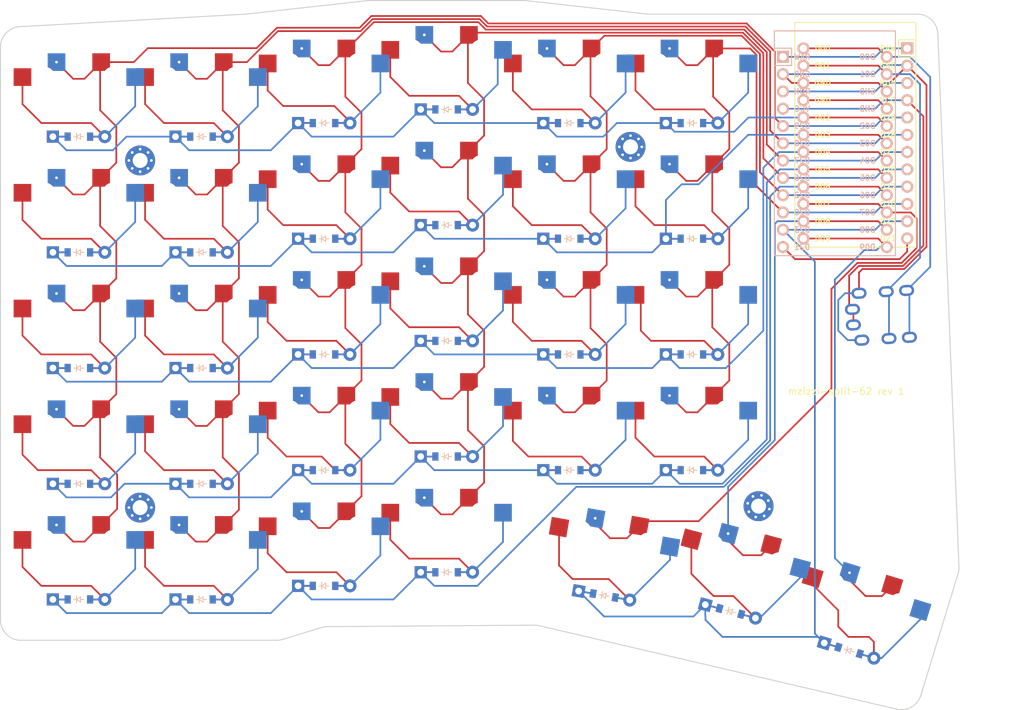
<source format=kicad_pcb>
(kicad_pcb (version 20240108) (generator "pcbnew") (generator_version "8.0")
  (title_block (title "split62") (rev "v1.0.0") (company "Unknown"))
  (layers (0 "F.Cu" signal) (31 "B.Cu" signal) (34 "B.Paste" user) (35 "F.Paste" user) (36 "B.SilkS" user "B.Silkscreen") (37 "F.SilkS" user "F.Silkscreen") (38 "B.Mask" user) (39 "F.Mask" user) (44 "Edge.Cuts" user))
  (net 0 "")
  (net 1 "D29")
  (net 2 "outer_mod")
  (net 3 "outer_bottom")
  (net 4 "outer_home")
  (net 5 "outer_top")
  (net 6 "outer_num")
  (net 7 "D28")
  (net 8 "pinky_mod")
  (net 9 "pinky_bottom")
  (net 10 "pinky_home")
  (net 11 "pinky_top")
  (net 12 "pinky_num")
  (net 13 "D27")
  (net 14 "ring_mod")
  (net 15 "ring_bottom")
  (net 16 "ring_home")
  (net 17 "ring_top")
  (net 18 "ring_num")
  (net 19 "D26")
  (net 20 "middle_mod")
  (net 21 "middle_bottom")
  (net 22 "middle_home")
  (net 23 "middle_top")
  (net 24 "middle_num")
  (net 25 "D22")
  (net 26 "index_bottom")
  (net 27 "index_home")
  (net 28 "index_top")
  (net 29 "index_num")
  (net 30 "D20")
  (net 31 "inner_bottom")
  (net 32 "inner_home")
  (net 33 "inner_top")
  (net 34 "inner_num")
  (net 35 "D7")
  (net 36 "thumbInner_thumb")
  (net 37 "D8")
  (net 38 "thumbMiddle_thumb")
  (net 39 "D9")
  (net 40 "thumbOuter_thumb")
  (net 41 "D2")
  (net 42 "D3")
  (net 43 "D4")
  (net 44 "D5")
  (net 45 "D6")
  (net 46 "D23")
  (net 47 "RAW")
  (net 48 "GND")
  (net 49 "RUN")
  (net 50 "VCC")
  (net 51 "D0")
  (net 52 "D1")
  (net 53 "D21")
  (footprint "ElitePi" (layer "F.Cu") (at 264 88 -90)
    (property "Reference" "MCU2" (hide yes))
    (property "Value" "" (hide yes))
  )
  (footprint "PG1350" (layer "F.Cu") (at 186 148)
    (property "Reference" "S11" (hide yes))
    (property "Value" "" (hide yes))
  )
  (footprint "TRRS-PJ-320A-dual" (layer "F.Cu") (at 275 114 -86.6)
    (property "Reference" "TRRS1")
    (property "Value" "TRRS-PJ-320A-dual")
  )
  (footprint "ComboDiode" (layer "F.Cu") (at 222 102)
    (property "Reference" "D23" (hide yes))
    (property "Value" "" (hide yes))
  )
  (footprint "PG1350" (layer "F.Cu") (at 150 116)
    (property "Reference" "S3" (hide yes))
    (property "Value" "" (hide yes))
  )
  (footprint "PG1350" (layer "F.Cu") (at 150 150)
    (property "Reference" "S1" (hide yes))
    (property "Value" "" (hide yes))
  )
  (footprint "ComboDiode" (layer "F.Cu") (at 168 104)
    (property "Reference" "D9" (hide yes))
    (property "Value" "" (hide yes))
  )
  (footprint "ComboDiode" (layer "F.Cu") (at 204 83)
    (property "Reference" "D20" (hide yes))
    (property "Value" "" (hide yes))
  )
  (footprint "ComboDiode" (layer "F.Cu") (at 204 100)
    (property "Reference" "D19" (hide yes))
    (property "Value" "" (hide yes))
  )
  (footprint "PG1350" (layer "F.Cu") (at 168 99)
    (property "Reference" "S9" (hide yes))
    (property "Value" "" (hide yes))
  )
  (footprint "PG1350" (layer "F.Cu") (at 168 116)
    (property "Reference" "S8" (hide yes))
    (property "Value" "" (hide yes))
  )
  (footprint "PG1350" (layer "F.Cu") (at 168 150)
    (property "Reference" "S6" (hide yes))
    (property "Value" "" (hide yes))
  )
  (footprint "PG1350" (layer "F.Cu") (at 240 97)
    (property "Reference" "S27" (hide yes))
    (property "Value" "" (hide yes))
  )
  (footprint "MountingHole_2.2mm_M2_Pad_Via" (layer "F.Cu") (at 249.798294 141.293376 -15)
    (property "Reference" "_1" (hide yes))
    (property "Value" "")
  )
  (footprint "PG1350" (layer "F.Cu") (at 204 146)
    (property "Reference" "S16" (hide yes))
    (property "Value" "" (hide yes))
  )
  (footprint "ComboDiode" (layer "F.Cu") (at 186 153)
    (property "Reference" "D11" (hide yes))
    (property "Value" "" (hide yes))
  )
  (footprint "ElitePi" (layer "F.Cu") (at 261 89.25 -90)
    (property "Reference" "MCU1" (hide yes))
    (property "Value" "" (hide yes))
  )
  (footprint "ComboDiode" (layer "F.Cu") (at 168 138)
    (property "Reference" "D7" (hide yes))
    (property "Value" "" (hide yes))
  )
  (footprint "ComboDiode" (layer "F.Cu") (at 150 138)
    (property "Reference" "D2" (hide yes))
    (property "Value" "" (hide yes))
  )
  (footprint "ComboDiode" (layer "F.Cu") (at 168 121)
    (property "Reference" "D8" (hide yes))
    (property "Value" "" (hide yes))
  )
  (footprint "PG1350" (layer "F.Cu") (at 240 80)
    (property "Reference" "S28" (hide yes))
    (property "Value" "" (hide yes))
  )
  (footprint "PG1350" (layer "F.Cu") (at 150 133)
    (property "Reference" "S2" (hide yes))
    (property "Value" "" (hide yes))
  )
  (footprint "ComboDiode" (layer "F.Cu") (at 186 136)
    (property "Reference" "D12" (hide yes))
    (property "Value" "" (hide yes))
  )
  (footprint "PG1350" (layer "F.Cu") (at 168 82)
    (property "Reference" "S10" (hide yes))
    (property "Value" "" (hide yes))
  )
  (footprint "PG1350" (layer "F.Cu") (at 204 95)
    (property "Reference" "S19" (hide yes))
    (property "Value" "" (hide yes))
  )
  (footprint "MountingHole_2.2mm_M2_Pad_Via" (layer "F.Cu") (at 231 88.5)
    (property "Reference" "_2" (hide yes))
    (property "Value" "")
  )
  (footprint "PG1350" (layer "F.Cu") (at 204 78)
    (property "Reference" "S20" (hide yes))
    (property "Value" "" (hide yes))
  )
  (footprint "PG1350" (layer "F.Cu") (at 186 97)
    (property "Reference" "S14" (hide yes))
    (property "Value" "" (hide yes))
  )
  (footprint "ComboDiode" (layer "F.Cu") (at 186 119)
    (property "Reference" "D13" (hide yes))
    (property "Value" "" (hide yes))
  )
  (footprint "ComboDiode" (layer "F.Cu") (at 204 117)
    (property "Reference" "D18" (hide yes))
    (property "Value" "" (hide yes))
  )
  (footprint "ComboDiode" (layer "F.Cu") (at 222 136)
    (property "Reference" "D21" (hide yes))
    (property "Value" "" (hide yes))
  )
  (footprint "PG1350" (layer "F.Cu") (at 222 97)
    (property "Reference" "S23" (hide yes))
    (property "Value" "" (hide yes))
  )
  (footprint "MountingHole_2.2mm_M2_Pad_Via" (layer "F.Cu") (at 159 90.5)
    (property "Reference" "_3" (hide yes))
    (property "Value" "")
  )
  (footprint "ComboDiode" (layer "F.Cu") (at 240 119)
    (property "Reference" "D26" (hide yes))
    (property "Value" "" (hide yes))
  )
  (footprint "PG1350" (layer "F.Cu") (at 222 114)
    (property "Reference" "S22" (hide yes))
    (property "Value" "" (hide yes))
  )
  (footprint "ComboDiode" (layer "F.Cu") (at 240 85)
    (property "Reference" "D28" (hide yes))
    (property "Value" "" (hide yes))
  )
  (footprint "ComboDiode" (layer "F.Cu") (at 240 136)
    (property "Reference" "D25" (hide yes))
    (property "Value" "" (hide yes))
  )
  (footprint "PG1350" (layer "F.Cu") (at 186 114)
    (property "Reference" "S13" (hide yes))
    (property "Value" "" (hide yes))
  )
  (footprint "ComboDiode" (layer "F.Cu") (at 168 155)
    (property "Reference" "D6" (hide yes))
    (property "Value" "" (hide yes))
  )
  (footprint "PG1350" (layer "F.Cu") (at 168 133)
    (property "Reference" "S7" (hide yes))
    (property "Value" "" (hide yes))
  )
  (footprint "PG1350" (layer "F.Cu") (at 240 131)
    (property "Reference" "S25" (hide yes))
    (property "Value" "" (hide yes))
  )
  (footprint "PG1350" (layer "F.Cu") (at 204 112)
    (property "Reference" "S18" (hide yes))
    (property "Value" "" (hide yes))
  )
  (footprint "PG1350" (layer "F.Cu") (at 246.951285 151.91856 -15)
    (property "Reference" "S30" (hide yes))
    (property "Value" "" (hide yes))
  )
  (footprint "ComboDiode" (layer "F.Cu") (at 150 121)
    (property "Reference" "D3" (hide yes))
    (property "Value" "" (hide yes))
  )
  (footprint "ComboDiode" (layer "F.Cu") (at 240 102)
    (property "Reference" "D27" (hide yes))
    (property "Value" "" (hide yes))
  )
  (footprint "PG1350" (layer "F.Cu") (at 222 80)
    (property "Reference" "S24" (hide yes))
    (property "Value" "" (hide yes))
  )
  (footprint "ComboDiode" (layer "F.Cu") (at 263.085803 162.504491 -17)
    (property "Reference" "D31" (hide yes))
    (property "Value" "" (hide yes))
  )
  (footprint "PG1350" (layer "F.Cu") (at 186 131)
    (property "Reference" "S12" (hide yes))
    (property "Value" "" (hide yes))
  )
  (footprint "PG1350" (layer "F.Cu") (at 150 82)
    (property "Reference" "S5" (hide yes))
    (property "Value" "" (hide yes))
  )
  (footprint "ComboDiode" (layer "F.Cu") (at 168 87)
    (property "Reference" "D10" (hide yes))
    (property "Value" "" (hide yes))
  )
  (footprint "PG1350" (layer "F.Cu") (at 228 149.5 -10)
    (property "Reference" "S29" (hide yes))
    (property "Value" "" (hide yes))
  )
  (footprint "ComboDiode" (layer "F.Cu") (at 227.131759 154.424039 -10)
    (property "Reference" "D29" (hide yes))
    (property "Value" "" (hide yes))
  )
  (footprint "ComboDiode" (layer "F.Cu") (at 204 134)
    (property "Reference" "D17" (hide yes))
    (property "Value" "" (hide yes))
  )
  (footprint "PG1350" (layer "F.Cu") (at 186 80)
    (property "Reference" "S15" (hide yes))
    (property "Value" "" (hide yes))
  )
  (footprint "ComboDiode" (layer "F.Cu") (at 186 85)
    (property "Reference" "D15" (hide yes))
    (property "Value" "" (hide yes))
  )
  (footprint "ComboDiode" (layer "F.Cu") (at 150 87)
    (property "Reference" "D5" (hide yes))
    (property "Value" "" (hide yes))
  )
  (footprint "PG1350" (layer "F.Cu") (at 150 99)
    (property "Reference" "S4" (hide yes))
    (property "Value" "" (hide yes))
  )
  (footprint "MountingHole_2.2mm_M2_Pad_Via" (layer "F.Cu") (at 159 141.5)
    (property "Reference" "_4" (hide yes))
    (property "Value" "")
  )
  (footprint "PG1350" (layer "F.Cu") (at 240 114)
    (property "Reference" "S26" (hide yes))
    (property "Value" "" (hide yes))
  )
  (footprint "ComboDiode" (layer "F.Cu") (at 222 85)
    (property "Reference" "D24" (hide yes))
    (property "Value" "" (hide yes))
  )
  (footprint "PG1350" (layer "F.Cu") (at 264.547661 157.722968 -17)
    (property "Reference" "S31" (hide yes))
    (property "Value" "" (hide yes))
  )
  (footprint "PG1350" (layer "F.Cu") (at 204 129)
    (property "Reference" "S17" (hide yes))
    (property "Value" "" (hide yes))
  )
  (footprint "ComboDiode" (layer "F.Cu") (at 150 155)
    (property "Reference" "D1" (hide yes))
    (property "Value" "" (hide yes))
  )
  (footprint "ComboDiode" (layer "F.Cu") (at 222 119)
    (property "Reference" "D22" (hide yes))
    (property "Value" "" (hide yes))
  )
  (footprint "ComboDiode" (layer "F.Cu") (at 150 104)
    (property "Reference" "D4" (hide yes))
    (property "Value" "" (hide yes))
  )
  (footprint "ComboDiode" (layer "F.Cu") (at 245.657189 156.74819 -15)
    (property "Reference" "D30" (hide yes))
    (property "Value" "" (hide yes))
  )
  (footprint "ComboDiode" (layer "F.Cu") (at 204 151)
    (property "Reference" "D16" (hide yes))
    (property "Value" "" (hide yes))
  )
  (footprint "PG1350" (layer "F.Cu") (at 222 131)
    (property "Reference" "S21" (hide yes))
    (property "Value" "" (hide yes))
  )
  (footprint "ComboDiode" (layer "F.Cu") (at 186 102)
    (property "Reference" "D14" (hide yes))
    (property "Value" "" (hide yes))
  )
  (gr_arc (start 185.579635 159.129343) (mid 186.004885 159.031694) (end 186.439801 158.996761) (stroke (width 0.15)) (layer "Edge.Cuts"))
  (gr_arc (start 179.931154 160.867337) (mid 179.494985 160.966649) (end 179.048897 161) (stroke (width 0.15)) (layer "Edge.Cuts"))
  (gr_line (start 276.114221 71.881161) (end 279.219232 150.203171) (stroke (width 0.15)) (layer "Edge.Cuts"))
  (gr_line (start 192.666155 67) (end 215.333845 67) (stroke (width 0.15)) (layer "Edge.Cuts"))
  (gr_line (start 174.582254 68.990861) (end 192.334861 67.018349) (stroke (width 0.15)) (layer "Edge.Cuts"))
  (gr_arc (start 192.33486 67.018349) (mid 192.500254 67.004591) (end 192.666155 67) (stroke (width 0.15)) (layer "Edge.Cuts"))
  (gr_line (start 141.33359 70.842578) (end 174.417369 69.004591) (stroke (width 0.15)) (layer "Edge.Cuts"))
  (gr_arc (start 215.333845 67) (mid 215.499746 67.004591) (end 215.665139 67.018349) (stroke (width 0.15)) (layer "Edge.Cuts"))
  (gr_arc (start 174.582254 68.990861) (mid 174.499906 68.998863) (end 174.417369 69.004591) (stroke (width 0.15)) (layer "Edge.Cuts"))
  (gr_line (start 185.579635 159.129343) (end 179.931155 160.867337) (stroke (width 0.15)) (layer "Edge.Cuts"))
  (gr_arc (start 273.116576 69) (mid 275.195456 69.837072) (end 276.114221 71.881161) (stroke (width 0.15)) (layer "Edge.Cuts"))
  (gr_line (start 138.5 158) (end 138.5 73.837959) (stroke (width 0.15)) (layer "Edge.Cuts"))
  (gr_line (start 233.666155 69) (end 273.116576 69) (stroke (width 0.15)) (layer "Edge.Cuts"))
  (gr_arc (start 273.62724 169.068648) (mid 272.255022 170.791514) (end 270.076043 171.112918) (stroke (width 0.15)) (layer "Edge.Cuts"))
  (gr_line (start 215.665139 67.018349) (end 233.334861 68.981651) (stroke (width 0.15)) (layer "Edge.Cuts"))
  (gr_line (start 216.869742 158.77268) (end 186.439801 158.996761) (stroke (width 0.15)) (layer "Edge.Cuts"))
  (gr_line (start 270.076043 171.112918) (end 217.574116 158.851213) (stroke (width 0.15)) (layer "Edge.Cuts"))
  (gr_arc (start 233.666155 69) (mid 233.500254 68.995409) (end 233.334861 68.981651) (stroke (width 0.15)) (layer "Edge.Cuts"))
  (gr_arc (start 216.869742 158.772679) (mid 217.224256 158.791072) (end 217.574116 158.851213) (stroke (width 0.15)) (layer "Edge.Cuts"))
  (gr_arc (start 279.219232 150.203172) (mid 279.196836 150.706574) (end 279.090501 151.199126) (stroke (width 0.15)) (layer "Edge.Cuts"))
  (gr_line (start 279.090501 151.199126) (end 273.62724 169.068648) (stroke (width 0.15)) (layer "Edge.Cuts"))
  (gr_arc (start 141.5 161) (mid 139.37868 160.12132) (end 138.5 158) (stroke (width 0.15)) (layer "Edge.Cuts"))
  (gr_arc (start 138.5 73.837959) (mid 139.320639 71.776313) (end 141.33359 70.842578) (stroke (width 0.15)) (layer "Edge.Cuts"))
  (gr_line (start 141.5 161) (end 179.048897 161) (stroke (width 0.15)) (layer "Edge.Cuts"))
  (gr_text "mzizzi-split-62 rev 1" (at 254 125 0) (layer "F.SilkS") (effects (font (size 1 1)) (justify left bottom)))
  (segment (start 160.124848 74) (end 176.088604 74) (width 0.25) (layer "F.Cu") (net 1))
  (segment (start 155.5 119.5) (end 155.5 124.825) (width 0.25) (layer "F.Cu") (net 1))
  (segment (start 210.122792 70.375) (end 248.05698 70.375) (width 0.25) (layer "F.Cu") (net 1))
  (segment (start 153.275 127.05) (end 150.825 129.5) (width 0.25) (layer "F.Cu") (net 1))
  (segment (start 153.275 93.05) (end 150.825 95.5) (width 0.25) (layer "F.Cu") (net 1))
  (segment (start 155.625 141.7) (end 153.275 144.05) (width 0.25) (layer "F.Cu") (net 1))
  (segment (start 149.175 112.5) (end 146.725 110.05) (width 0.25) (layer "F.Cu") (net 1))
  (segment (start 155.5 107.825) (end 153.275 110.05) (width 0.25) (layer "F.Cu") (net 1))
  (segment (start 149.175 129.5) (end 146.725 127.05) (width 0.25) (layer "F.Cu") (net 1))
  (segment (start 153.125 76.2) (end 153.125 83.125) (width 0.25) (layer "F.Cu") (net 1))
  (segment (start 192.952208 69.275) (end 209.022792 69.275) (width 0.25) (layer "F.Cu") (net 1))
  (segment (start 248.05698 70.375) (end 252.1787 74.49672) (width 0.25) (layer "F.Cu") (net 1))
  (segment (start 155.625 136.64589) (end 155.625 141.7) (width 0.25) (layer "F.Cu") (net 1))
  (segment (start 176.088604 74) (end 179.088604 71) (width 0.25) (layer "F.Cu") (net 1))
  (segment (start 150.825 112.5) (end 149.175 112.5) (width 0.25) (layer "F.Cu") (net 1))
  (segment (start 155.5 102.5) (end 155.5 107.825) (width 0.25) (layer "F.Cu") (net 1))
  (segment (start 155.5 85.5) (end 155.5 90.825) (width 0.25) (layer "F.Cu") (net 1))
  (segment (start 153.275 144.05) (end 150.825 146.5) (width 0.25) (layer "F.Cu") (net 1))
  (segment (start 252.1787 74.49672) (end 252.1787 84.2387) (width 0.25) (layer "F.Cu") (net 1))
  (segment (start 153.275 127.05) (end 153.125 127.2) (width 0.25) (layer "F.Cu") (net 1))
  (segment (start 153.275 76.05) (end 150.825 78.5) (width 0.25) (layer "F.Cu") (net 1))
  (segment (start 153.275 76.05) (end 158.074848 76.05) (width 0.25) (layer "F.Cu") (net 1))
  (segment (start 153.125 83.125) (end 155.5 85.5) (width 0.25) (layer "F.Cu") (net 1))
  (segment (start 150.825 146.5) (end 149.175 146.5) (width 0.25) (layer "F.Cu") (net 1))
  (segment (start 155.5 90.825) (end 153.275 93.05) (width 0.25) (layer "F.Cu") (net 1))
  (segment (start 149.175 95.5) (end 146.725 93.05) (width 0.25) (layer "F.Cu") (net 1))
  (segment (start 153.125 117.125) (end 155.5 119.5) (width 0.25) (layer "F.Cu") (net 1))
  (segment (start 252.1787 84.2387) (end 253.38 85.44) (width 0.25) (layer "F.Cu") (net 1))
  (segment (start 150.825 78.5) (end 149.175 78.5) (width 0.25) (layer "F.Cu") (net 1))
  (segment (start 150.825 129.5) (end 149.175 129.5) (width 0.25) (layer "F.Cu") (net 1))
  (segment (start 153.275 110.05) (end 153.125 110.2) (width 0.25) (layer "F.Cu") (net 1))
  (segment (start 150.825 95.5) (end 149.175 95.5) (width 0.25) (layer "F.Cu") (net 1))
  (segment (start 155.5 124.825) (end 153.275 127.05) (width 0.25) (layer "F.Cu") (net 1))
  (segment (start 149.175 146.5) (end 146.725 144.05) (width 0.25) (layer "F.Cu") (net 1))
  (segment (start 149.175 78.5) (end 146.725 76.05) (width 0.25) (layer "F.Cu") (net 1))
  (segment (start 153.125 110.2) (end 153.125 117.125) (width 0.25) (layer "F.Cu") (net 1))
  (segment (start 153.125 134.14589) (end 155.625 136.64589) (width 0.25) (layer "F.Cu") (net 1))
  (segment (start 153.275 110.05) (end 150.825 112.5) (width 0.25) (layer "F.Cu") (net 1))
  (segment (start 153.125 100.125) (end 155.5 102.5) (width 0.25) (layer "F.Cu") (net 1))
  (segment (start 179.088604 71) (end 191.227208 71) (width 0.25) (layer "F.Cu") (net 1))
  (segment (start 209.022792 69.275) (end 210.122792 70.375) (width 0.25) (layer "F.Cu") (net 1))
  (segment (start 153.275 93.05) (end 153.125 93.2) (width 0.25) (layer "F.Cu") (net 1))
  (segment (start 153.275 76.05) (end 153.125 76.2) (width 0.25) (layer "F.Cu") (net 1))
  (segment (start 153.125 93.2) (end 153.125 100.125) (width 0.25) (layer "F.Cu") (net 1))
  (segment (start 153.125 127.2) (end 153.125 134.14589) (width 0.25) (layer "F.Cu") (net 1))
  (segment (start 158.074848 76.05) (end 160.124848 74) (width 0.25) (layer "F.Cu") (net 1))
  (segment (start 191.227208 71) (end 192.952208 69.275) (width 0.25) (layer "F.Cu") (net 1))
  (via (at 146.725 144.05) (size 0.8) (drill 0.4) (layers "F.Cu" "B.Cu") (net 1))
  (via (at 146.725 93.05) (size 0.8) (drill 0.4) (layers "F.Cu" "B.Cu") (net 1))
  (via (at 146.725 76.05) (size 0.8) (drill 0.4) (layers "F.Cu" "B.Cu") (net 1))
  (via (at 146.725 127.05) (size 0.8) (drill 0.4) (layers "F.Cu" "B.Cu") (net 1))
  (via (at 146.725 110.05) (size 0.8) (drill 0.4) (layers "F.Cu" "B.Cu") (net 1))
  (segment (start 253.38 85.44) (end 266.921105 85.44) (width 0.25) (layer "B.Cu") (net 1))
  (segment (start 268.171105 84.19) (end 271.62 84.19) (width 0.25) (layer "B.Cu") (net 1))
  (segment (start 266.921105 85.44) (end 268.171105 84.19) (width 0.25) (layer "B.Cu") (net 1))
  (segment (start 141.725 150.225) (end 144.5 153) (width 0.25) (layer "F.Cu") (net 2))
  (segment (start 153.81 155) (end 151.65 155) (width 0.25) (layer "F.Cu") (net 2))
  (segment (start 144.5 153) (end 151.81 153) (width 0.25) (layer "F.Cu") (net 2))
  (segment (start 151.81 153) (end 153.81 155) (width 0.25) (layer "F.Cu") (net 2))
  (segment (start 141.725 146.25) (end 141.725 150.225) (width 0.25) (layer "F.Cu") (net 2))
  (segment (start 158.275 150.535) (end 153.81 155) (width 0.25) (layer "B.Cu") (net 2))
  (segment (start 153.81 155) (end 151.65 155) (width 0.25) (layer "B.Cu") (net 2))
  (segment (start 158.275 146.25) (end 158.275 150.535) (width 0.25) (layer "B.Cu") (net 2))
  (segment (start 141.725 129.25) (end 141.725 133.725) (width 0.25) (layer "F.Cu") (net 3))
  (segment (start 141.725 133.725) (end 144 136) (width 0.25) (layer "F.Cu") (net 3))
  (segment (start 153.81 138) (end 151.65 138) (width 0.25) (layer "F.Cu") (net 3))
  (segment (start 151.81 136) (end 153.81 138) (width 0.25) (layer "F.Cu") (net 3))
  (segment (start 144 136) (end 151.81 136) (width 0.25) (layer "F.Cu") (net 3))
  (segment (start 153.81 138) (end 151.65 138) (width 0.25) (layer "B.Cu") (net 3))
  (segment (start 158.275 129.25) (end 158.275 133.535) (width 0.25) (layer "B.Cu") (net 3))
  (segment (start 158.275 133.535) (end 153.81 138) (width 0.25) (layer "B.Cu") (net 3))
  (segment (start 144.5 119) (end 151.81 119) (width 0.25) (layer "F.Cu") (net 4))
  (segment (start 141.725 116.225) (end 144.5 119) (width 0.25) (layer "F.Cu") (net 4))
  (segment (start 141.725 112.25) (end 141.725 116.225) (width 0.25) (layer "F.Cu") (net 4))
  (segment (start 153.81 121) (end 151.65 121) (width 0.25) (layer "F.Cu") (net 4))
  (segment (start 151.81 119) (end 153.81 121) (width 0.25) (layer "F.Cu") (net 4))
  (segment (start 158.275 112.25) (end 158.275 116.535) (width 0.25) (layer "B.Cu") (net 4))
  (segment (start 153.81 121) (end 151.65 121) (width 0.25) (layer "B.Cu") (net 4))
  (segment (start 158.275 116.535) (end 153.81 121) (width 0.25) (layer "B.Cu") (net 4))
  (segment (start 141.725 95.25) (end 141.725 99.225) (width 0.25) (layer "F.Cu") (net 5))
  (segment (start 151.65 104) (end 153.81 104) (width 0.25) (layer "F.Cu") (net 5))
  (segment (start 151.81 102) (end 153.81 104) (width 0.25) (layer "F.Cu") (net 5))
  (segment (start 141.725 99.225) (end 144.5 102) (width 0.25) (layer "F.Cu") (net 5))
  (segment (start 144.5 102) (end 151.81 102) (width 0.25) (layer "F.Cu") (net 5))
  (segment (start 153.81 104) (end 151.65 104) (width 0.25) (layer "B.Cu") (net 5))
  (segment (start 158.275 99.535) (end 153.81 104) (width 0.25) (layer "B.Cu") (net 5))
  (segment (start 158.275 95.25) (end 158.275 99.535) (width 0.25) (layer "B.Cu") (net 5))
  (segment (start 144.5 85) (end 151.81 85) (width 0.25) (layer "F.Cu") (net 6))
  (segment (start 153.81 87) (end 151.65 87) (width 0.25) (layer "F.Cu") (net 6))
  (segment (start 141.725 78.25) (end 141.725 82.225) (width 0.25) (layer "F.Cu") (net 6))
  (segment (start 151.81 85) (end 153.81 87) (width 0.25) (layer "F.Cu") (net 6))
  (segment (start 141.725 82.225) (end 144.5 85) (width 0.25) (layer "F.Cu") (net 6))
  (segment (start 158.275 78.25) (end 158.275 82.535) (width 0.25) (layer "B.Cu") (net 6))
  (segment (start 153.81 87) (end 151.65 87) (width 0.25) (layer "B.Cu") (net 6))
  (segment (start 158.275 82.535) (end 153.81 87) (width 0.25) (layer "B.Cu") (net 6))
  (segment (start 174.675 76.05) (end 179.225 71.5) (width 0.25) (layer "F.Cu") (net 7))
  (segment (start 171.275 110.05) (end 168.825 112.5) (width 0.25) (layer "F.Cu") (net 7))
  (segment (start 173.5 90.825) (end 171.275 93.05) (width 0.25) (layer "F.Cu") (net 7))
  (segment (start 193.138604 69.725) (end 208.836396 69.725) (width 0.25) (layer "F.Cu") (net 7))
  (segment (start 173.5 141.825) (end 171.275 144.05) (width 0.25) (layer "F.Cu") (net 7))
  (segment (start 167.175 112.5) (end 164.725 110.05) (width 0.25) (layer "F.Cu") (net 7))
  (segment (start 171.125 110.2) (end 171.125 117.125) (width 0.25) (layer "F.Cu") (net 7))
  (segment (start 173.5 85.5) (end 173.5 90.825) (width 0.25) (layer "F.Cu") (net 7))
  (segment (start 251.5 86.1) (end 253.38 87.98) (width 0.25) (layer "F.Cu") (net 7))
  (segment (start 247.870584 70.825) (end 251.5 74.454416) (width 0.25) (layer "F.Cu") (net 7))
  (segment (start 171.275 127.05) (end 168.825 129.5) (width 0.25) (layer "F.Cu") (net 7))
  (segment (start 167.175 78.5) (end 164.725 76.05) (width 0.25) (layer "F.Cu") (net 7))
  (segment (start 171.125 100.125) (end 173.5 102.5) (width 0.25) (layer "F.Cu") (net 7))
  (segment (start 171.125 83.125) (end 173.5 85.5) (width 0.25) (layer "F.Cu") (net 7))
  (segment (start 167.175 129.5) (end 164.725 127.05) (width 0.25) (layer "F.Cu") (net 7))
  (segment (start 173.5 102.5) (end 173.5 107.825) (width 0.25) (layer "F.Cu") (net 7))
  (segment (start 191.363604 71.5) (end 193.138604 69.725) (width 0.25) (layer "F.Cu") (net 7))
  (segment (start 173.5 119.5) (end 173.5 124.825) (width 0.25) (layer "F.Cu") (net 7))
  (segment (start 168.825 78.5) (end 167.175 78.5) (width 0.25) (layer "F.Cu") (net 7))
  (segment (start 171.125 93.2) (end 171.125 100.125) (width 0.25) (layer "F.Cu") (net 7))
  (segment (start 168.825 146.5) (end 167.175 146.5) (width 0.25) (layer "F.Cu") (net 7))
  (segment (start 171.275 127.05) (end 171.125 127.2) (width 0.25) (layer "F.Cu") (net 7))
  (segment (start 171.275 76.05) (end 168.825 78.5) (width 0.25) (layer "F.Cu") (net 7))
  (segment (start 171.275 110.05) (end 171.125 110.2) (width 0.25) (layer "F.Cu") (net 7))
  (segment (start 171.125 76.2) (end 171.125 83.125) (width 0.25) (layer "F.Cu") (net 7))
  (segment (start 171.125 117.125) (end 173.5 119.5) (width 0.25) (layer "F.Cu") (net 7))
  (segment (start 167.175 95.5) (end 164.725 93.05) (width 0.25) (layer "F.Cu") (net 7))
  (segment (start 179.225 71.5) (end 191.363604 71.5) (width 0.25) (layer "F.Cu") (net 7))
  (segment (start 171.275 76.05) (end 171.125 76.2) (width 0.25) (layer "F.Cu") (net 7))
  (segment (start 171.275 144.05) (end 168.825 146.5) (width 0.25) (layer "F.Cu") (net 7))
  (segment (start 208.836396 69.725) (end 209.936396 70.825) (width 0.25) (layer "F.Cu") (net 7))
  (segment (start 168.825 95.5) (end 167.175 95.5) (width 0.25) (layer "F.Cu") (net 7))
  (segment (start 171.125 134.125) (end 173.5 136.5) (width 0.25) (layer "F.Cu") (net 7))
  (segment (start 173.5 124.825) (end 171.275 127.05) (width 0.25) (layer "F.Cu") (net 7))
  (segment (start 209.936396 70.825) (end 247.870584 70.825) (width 0.25) (layer "F.Cu") (net 7))
  (segment (start 168.825 112.5) (end 167.175 112.5) (width 0.25) (layer "F.Cu") (net 7))
  (segment (start 173.5 107.825) (end 171.275 110.05) (width 0.25) (layer "F.Cu") (net 7))
  (segment (start 167.175 146.5) (end 164.725 144.05) (width 0.25) (layer "F.Cu") (net 7))
  (segment (start 251.5 74.454416) (end 251.5 86.1) (width 0.25) (layer "F.Cu") (net 7))
  (segment (start 171.275 93.05) (end 168.825 95.5) (width 0.25) (layer "F.Cu") (net 7))
  (segment (start 173.5 136.5) (end 173.5 141.825) (width 0.25) (layer "F.Cu") (net 7))
  (segment (start 171.125 127.2) (end 171.125 134.125) (width 0.25) (layer "F.Cu") (net 7))
  (segment (start 168.825 129.5) (end 167.175 129.5) (width 0.25) (layer "F.Cu") (net 7))
  (segment (start 171.275 93.05) (end 171.125 93.2) (width 0.25) (layer "F.Cu") (net 7))
  (segment (start 171.275 76.05) (end 174.675 76.05) (width 0.25) (layer "F.Cu") (net 7))
  (via (at 164.725 76.05) (size 0.8) (drill 0.4) (layers "F.Cu" "B.Cu") (net 7))
  (via (at 164.725 127.05) (size 0.8) (drill 0.4) (layers "F.Cu" "B.Cu") (net 7))
  (via (at 164.725 110.05) (size 0.8) (drill 0.4) (layers "F.Cu" "B.Cu") (net 7))
  (via (at 164.725 93.05) (size 0.8) (drill 0.4) (layers "F.Cu" "B.Cu") (net 7))
  (via (at 164.725 144.05) (size 0.8) (drill 0.4) (layers "F.Cu" "B.Cu") (net 7))
  (segment (start 253.38 87.98) (end 266.921105 87.98) (width 0.25) (layer "B.Cu") (net 7))
  (segment (start 266.921105 87.98) (end 268.171105 86.73) (width 0.25) (layer "B.Cu") (net 7))
  (segment (start 268.171105 86.73) (end 271.62 86.73) (width 0.25) (layer "B.Cu") (net 7))
  (segment (start 162.5 153) (end 169.81 153) (width 0.25) (layer "F.Cu") (net 8))
  (segment (start 159.725 146.25) (end 159.725 150.225) (width 0.25) (layer "F.Cu") (net 8))
  (segment (start 159.725 150.225) (end 162.5 153) (width 0.25) (layer "F.Cu") (net 8))
  (segment (start 169.81 153) (end 171.81 155) (width 0.25) (layer "F.Cu") (net 8))
  (segment (start 171.81 155) (end 169.65 155) (width 0.25) (layer "F.Cu") (net 8))
  (segment (start 169.65 155) (end 171.81 155) (width 0.25) (layer "B.Cu") (net 8))
  (segment (start 176.275 150.535) (end 171.81 155) (width 0.25) (layer "B.Cu") (net 8))
  (segment (start 176.275 146.25) (end 176.275 150.535) (width 0.25) (layer "B.Cu") (net 8))
  (segment (start 162.5 136) (end 169.81 136) (width 0.25) (layer "F.Cu") (net 9))
  (segment (start 159.725 133.225) (end 162.5 136) (width 0.25) (layer "F.Cu") (net 9))
  (segment (start 169.65 138) (end 171.81 138) (width 0.25) (layer "F.Cu") (net 9))
  (segment (start 169.81 136) (end 171.81 138) (width 0.25) (layer "F.Cu") (net 9))
  (segment (start 159.725 129.25) (end 159.725 133.225) (width 0.25) (layer "F.Cu") (net 9))
  (segment (start 176.275 133.535) (end 171.81 138) (width 0.25) (layer "B.Cu") (net 9))
  (segment (start 176.275 129.25) (end 176.275 133.535) (width 0.25) (layer "B.Cu") (net 9))
  (segment (start 171.81 138) (end 169.65 138) (width 0.25) (layer "B.Cu") (net 9))
  (segment (start 169.81 119) (end 171.81 121) (width 0.25) (layer "F.Cu") (net 10))
  (segment (start 159.725 116.225) (end 162.5 119) (width 0.25) (layer "F.Cu") (net 10))
  (segment (start 171.81 121) (end 169.65 121) (width 0.25) (layer "F.Cu") (net 10))
  (segment (start 162.5 119) (end 169.81 119) (width 0.25) (layer "F.Cu") (net 10))
  (segment (start 159.725 112.25) (end 159.725 116.225) (width 0.25) (layer "F.Cu") (net 10))
  (segment (start 169.65 121) (end 171.81 121) (width 0.25) (layer "B.Cu") (net 10))
  (segment (start 176.275 112.25) (end 176.275 116.535) (width 0.25) (layer "B.Cu") (net 10))
  (segment (start 176.275 116.535) (end 171.81 121) (width 0.25) (layer "B.Cu") (net 10))
  (segment (start 159.725 95.25) (end 159.725 99.225) (width 0.25) (layer "F.Cu") (net 11))
  (segment (start 169.65 104) (end 171.81 104) (width 0.25) (layer "F.Cu") (net 11))
  (segment (start 162.5 102) (end 169.81 102) (width 0.25) (layer "F.Cu") (net 11))
  (segment (start 169.81 102) (end 171.81 104) (width 0.25) (layer "F.Cu") (net 11))
  (segment (start 159.725 99.225) (end 162.5 102) (width 0.25) (layer "F.Cu") (net 11))
  (segment (start 176.275 99.535) (end 171.81 104) (width 0.25) (layer "B.Cu") (net 11))
  (segment (start 176.275 95.25) (end 176.275 99.535) (width 0.25) (layer "B.Cu") (net 11))
  (segment (start 171.81 104) (end 169.65 104) (width 0.25) (layer "B.Cu") (net 11))
  (segment (start 171.81 87) (end 169.65 87) (width 0.25) (layer "F.Cu") (net 12))
  (segment (start 162.5 85) (end 169.81 85) (width 0.25) (layer "F.Cu") (net 12))
  (segment (start 159.725 78.25) (end 159.725 82.225) (width 0.25) (layer "F.Cu") (net 12))
  (segment (start 159.725 82.225) (end 162.5 85) (width 0.25) (layer "F.Cu") (net 12))
  (segment (start 169.81 85) (end 171.81 87) (width 0.25) (layer "F.Cu") (net 12))
  (segment (start 176.275 78.25) (end 176.275 82.535) (width 0.25) (layer "B.Cu") (net 12))
  (segment (start 176.275 82.535) (end 171.81 87) (width 0.25) (layer "B.Cu") (net 12))
  (segment (start 171.81 87) (end 169.65 87) (width 0.25) (layer "B.Cu") (net 12))
  (segment (start 191.5 122.825) (end 189.275 125.05) (width 0.25) (layer "F.Cu") (net 13))
  (segment (start 185.175 144.5) (end 182.725 142.05) (width 0.25) (layer "F.Cu") (net 13))
  (segment (start 191.5 139.825) (end 189.275 142.05) (width 0.25) (layer "F.Cu") (net 13))
  (segment (start 251 88.14) (end 253.38 90.52) (width 0.25) (layer "F.Cu") (net 13))
  (segment (start 189.275 91.05) (end 186.825 93.5) (width 0.25) (layer "F.Cu") (net 13))
  (segment (start 189.275 74.05) (end 189.45 74.05) (width 0.25) (layer "F.Cu") (net 13))
  (segment (start 191.5 105.825) (end 189.275 108.05) (width 0.25) (layer "F.Cu") (net 13))
  (segment (start 189.275 125.05) (end 189.125 125.2) (width 0.25) (layer "F.Cu") (net 13))
  (segment (start 189.275 108.05) (end 189.125 108.2) (width 0.25) (layer "F.Cu") (net 13))
  (segment (start 193.325 70.175) (end 208.65 70.175) (width 0.25) (layer "F.Cu") (net 13))
  (segment (start 191.5 134.5) (end 191.5 139.825) (width 0.25) (layer "F.Cu") (net 13))
  (segment (start 189.275 91.05) (end 189.125 91.2) (width 0.25) (layer "F.Cu") (net 13))
  (segment (start 189.275 142.05) (end 186.825 144.5) (width 0.25) (layer "F.Cu") (net 13))
  (segment (start 189.125 91.2) (end 189.125 98.125) (width 0.25) (layer "F.Cu") (net 13))
  (segment (start 209.75 71.275) (end 247.684188 71.275) (width 0.25) (layer "F.Cu") (net 13))
  (segment (start 186.825 93.5) (end 185.175 93.5) (width 0.25) (layer "F.Cu") (net 13))
  (segment (start 189.125 115.125) (end 191.5 117.5) (width 0.25) (layer "F.Cu") (net 13))
  (segment (start 186.825 110.5) (end 185.175 110.5) (width 0.25) (layer "F.Cu") (net 13))
  (segment (start 189.125 132.125) (end 191.5 134.5) (width 0.25) (layer "F.Cu") (net 13))
  (segment (start 189.125 125.2) (end 189.125 132.125) (width 0.25) (layer "F.Cu") (net 13))
  (segment (start 189.275 125.05) (end 186.825 127.5) (width 0.25) (layer "F.Cu") (net 13))
  (segment (start 189.275 74.05) (end 189.125 74.2) (width 0.25) (layer "F.Cu") (net 13))
  (segment (start 191.5 83.5) (end 191.5 88.825) (width 0.25) (layer "F.Cu") (net 13))
  (segment (start 189.125 81.125) (end 191.5 83.5) (width 0.25) (layer "F.Cu") (net 13))
  (segment (start 191.5 100.5) (end 191.5 105.825) (width 0.25) (layer "F.Cu") (net 13))
  (segment (start 208.65 70.175) (end 209.75 71.275) (width 0.25) (layer "F.Cu") (net 13))
  (segment (start 247.684188 71.275) (end 251 74.590812) (width 0.25) (layer "F.Cu") (net 13))
  (segment (start 191.5 117.5) (end 191.5 122.825) (width 0.25) (layer "F.Cu") (net 13))
  (segment (start 185.175 93.5) (end 182.725 91.05) (width 0.25) (layer "F.Cu") (net 13))
  (segment (start 189.275 74.05) (end 186.825 76.5) (width 0.25) (layer "F.Cu") (net 13))
  (segment (start 189.125 108.2) (end 189.125 115.125) (width 0.25) (layer "F.Cu") (net 13))
  (segment (start 186.825 127.5) (end 185.175 127.5) (width 0.25) (layer "F.Cu") (net 13))
  (segment (start 185.175 110.5) (end 182.725 108.05) (width 0.25) (layer "F.Cu") (net 13))
  (segment (start 189.125 98.125) (end 191.5 100.5) (width 0.25) (layer "F.Cu") (net 13))
  (segment (start 189.275 108.05) (end 186.825 110.5) (width 0.25) (layer "F.Cu") (net 13))
  (segment (start 186.825 76.5) (end 185.175 76.5) (width 0.25) (layer "F.Cu") (net 13))
  (segment (start 185.175 76.5) (end 182.725 74.05) (width 0.25) (layer "F.Cu") (net 13))
  (segment (start 185.175 127.5) (end 182.725 125.05) (width 0.25) (layer "F.Cu") (net 13))
  (segment (start 186.825 144.5) (end 185.175 144.5) (width 0.25) (layer "F.Cu") (net 13))
  (segment (start 251 74.590812) (end 251 88.14) (width 0.25) (layer "F.Cu") (net 13))
  (segment (start 189.45 74.05) (end 193.325 70.175) (width 0.25) (layer "F.Cu") (net 13))
  (segment (start 191.5 88.825) (end 189.275 91.05) (width 0.25) (layer "F.Cu") (net 13))
  (segment (start 189.125 74.2) (end 189.125 81.125) (width 0.25) (layer "F.Cu") (net 13))
  (via (at 182.725 74.05) (size 0.8) (drill 0.4) (layers "F.Cu" "B.Cu") (net 13))
  (via (at 182.725 108.05) (size 0.8) (drill 0.4) (layers "F.Cu" "B.Cu") (net 13))
  (via (at 182.725 91.05) (size 0.8) (drill 0.4) (layers "F.Cu" "B.Cu") (net 13))
  (via (at 182.725 125.05) (size 0.8) (drill 0.4) (layers "F.Cu" "B.Cu") (net 13))
  (via (at 182.725 142.05) (size 0.8) (drill 0.4) (layers "F.Cu" "B.Cu") (net 13))
  (segment (start 253.38 90.52) (end 266.921105 90.52) (width 0.25) (layer "B.Cu") (net 13))
  (segment (start 266.921105 90.52) (end 268.171105 89.27) (width 0.25) (layer "B.Cu") (net 13))
  (segment (start 268.171105 89.27) (end 271.62 89.27) (width 0.25) (layer "B.Cu") (net 13))
  (segment (start 177.725 148.225) (end 180.5 151) (width 0.25) (layer "F.Cu") (net 14))
  (segment (start 177.725 144.25) (end 177.725 148.225) (width 0.25) (layer "F.Cu") (net 14))
  (segment (start 187.81 151) (end 189.81 153) (width 0.25) (layer "F.Cu") (net 14))
  (segment (start 189.81 153) (end 187.65 153) (width 0.25) (layer "F.Cu") (net 14))
  (segment (start 180.5 151) (end 187.81 151) (width 0.25) (layer "F.Cu") (net 14))
  (segment (start 187.65 153) (end 189.81 153) (width 0.25) (layer "B.Cu") (net 14))
  (segment (start 194.275 148.535) (end 189.81 153) (width 0.25) (layer "B.Cu") (net 14))
  (segment (start 194.275 144.25) (end 194.275 148.535) (width 0.25) (layer "B.Cu") (net 14))
  (segment (start 180.5 134) (end 185.65 134) (width 0.25) (layer "F.Cu") (net 15))
  (segment (start 177.725 131.225) (end 180.5 134) (width 0.25) (layer "F.Cu") (net 15))
  (segment (start 177.725 127.25) (end 177.725 131.225) (width 0.25) (layer "F.Cu") (net 15))
  (segment (start 187.65 136) (end 189.81 136) (width 0.25) (layer "F.Cu") (net 15))
  (segment (start 185.65 134) (end 187.65 136) (width 0.25) (layer "F.Cu") (net 15))
  (segment (start 194.275 131.535) (end 189.81 136) (width 0.25) (layer "B.Cu") (net 15))
  (segment (start 189.81 136) (end 187.65 136) (width 0.25) (layer "B.Cu") (net 15))
  (segment (start 194.275 127.25) (end 194.275 131.535) (width 0.25) (layer "B.Cu") (net 15))
  (segment (start 177.725 114.225) (end 180.5 117) (width 0.25) (layer "F.Cu") (net 16))
  (segment (start 177.725 110.25) (end 177.725 114.225) (width 0.25) (layer "F.Cu") (net 16))
  (segment (start 180.5 117) (end 187.81 117) (width 0.25) (layer "F.Cu") (net 16))
  (segment (start 187.81 117) (end 189.81 119) (width 0.25) (layer "F.Cu") (net 16))
  (segment (start 189.81 119) (end 187.65 119) (width 0.25) (layer "F.Cu") (net 16))
  (segment (start 187.65 119) (end 189.81 119) (width 0.25) (layer "B.Cu") (net 16))
  (segment (start 194.275 114.535) (end 189.81 119) (width 0.25) (layer "B.Cu") (net 16))
  (segment (start 194.275 110.25) (end 194.275 114.535) (width 0.25) (layer "B.Cu") (net 16))
  (segment (start 187.65 102) (end 189.81 102) (width 0.25) (layer "F.Cu") (net 17))
  (segment (start 177.725 93.25) (end 177.725 97.725) (width 0.25) (layer "F.Cu") (net 17))
  (segment (start 177.725 97.725) (end 180 100) (width 0.25) (layer "F.Cu") (net 17))
  (segment (start 180 100) (end 187.81 100) (width 0.25) (layer "F.Cu") (net 17))
  (segment (start 187.81 100) (end 189.81 102) (width 0.25) (layer "F.Cu") (net 17))
  (segment (start 194.275 93.25) (end 194.275 97.535) (width 0.25) (layer "B.Cu") (net 17))
  (segment (start 189.81 102) (end 187.65 102) (width 0.25) (layer "B.Cu") (net 17))
  (segment (start 194.275 97.535) (end 189.81 102) (width 0.25) (layer "B.Cu") (net 17))
  (segment (start 180 82.5) (end 187.5 82.5) (width 0.25) (layer "F.Cu") (net 18))
  (segment (start 189.81 85) (end 187.65 85) (width 0.25) (layer "F.Cu") (net 18))
  (segment (start 177.725 76.25) (end 177.725 80.225) (width 0.25) (layer "F.Cu") (net 18))
  (segment (start 187.5 82.5) (end 189.81 84.81) (width 0.25) (layer "F.Cu") (net 18))
  (segment (start 189.81 84.81) (end 189.81 85) (width 0.25) (layer "F.Cu") (net 18))
  (segment (start 177.725 80.225) (end 180 82.5) (width 0.25) (layer "F.Cu") (net 18))
  (segment (start 194.275 80.535) (end 189.81 85) (width 0.25) (layer "B.Cu") (net 18))
  (segment (start 194.275 76.25) (end 194.275 80.535) (width 0.25) (layer "B.Cu") (net 18))
  (segment (start 189.81 85) (end 187.65 85) (width 0.25) (layer "B.Cu") (net 18))
  (segment (start 207.275 106.05) (end 207.125 106.2) (width 0.25) (layer "F.Cu") (net 19))
  (segment (start 209.5 86.825) (end 207.275 89.05) (width 0.25) (layer "F.Cu") (net 19))
  (segment (start 207.275 89.05) (end 207.125 89.2) (width 0.25) (layer "F.Cu") (net 19))
  (segment (start 203.175 74.5) (end 200.725 72.05) (width 0.25) (layer "F.Cu") (net 19))
  (segment (start 207.125 79.125) (end 209.5 81.5) (width 0.25) (layer "F.Cu") (net 19))
  (segment (start 203.175 91.5) (end 200.725 89.05) (width 0.25) (layer "F.Cu") (net 19))
  (segment (start 209.5 115.5) (end 209.5 120.825) (width 0.25) (layer "F.Cu") (net 19))
  (segment (start 204.825 142.5) (end 203.175 142.5) (width 0.25) (layer "F.Cu") (net 19))
  (segment (start 207.275 123.05) (end 204.825 125.5) (width 0.25) (layer "F.Cu") (net 19))
  (segment (start 204.825 74.5) (end 203.175 74.5) (width 0.25) (layer "F.Cu") (net 19))
  (segment (start 250.5 74.727208) (end 250.5 90.18) (width 0.25) (layer "F.Cu") (net 19))
  (segment (start 204.825 108.5) (end 203.175 108.5) (width 0.25) (layer "F.Cu") (net 19))
  (segment (start 207.6 71.725) (end 247.497792 71.725) (width 0.25) (layer "F.Cu") (net 19))
  (segment (start 247.497792 71.725) (end 250.5 74.727208) (width 0.25) (layer "F.Cu") (net 19))
  (segment (start 207.275 72.05) (end 204.825 74.5) (width 0.25) (layer "F.Cu") (net 19))
  (segment (start 207.125 106.2) (end 207.125 113.125) (width 0.25) (layer "F.Cu") (net 19))
  (segment (start 209.5 132.5) (end 209.5 137.825) (width 0.25) (layer "F.Cu") (net 19))
  (segment (start 209.5 81.5) (end 209.5 86.825) (width 0.25) (layer "F.Cu") (net 19))
  (segment (start 209.5 103.825) (end 207.275 106.05) (width 0.25) (layer "F.Cu") (net 19))
  (segment (start 203.175 108.5) (end 200.725 106.05) (width 0.25) (layer "F.Cu") (net 19))
  (segment (start 203.175 125.5) (end 200.725 123.05) (width 0.25) (layer "F.Cu") (net 19))
  (segment (start 209.5 98.5) (end 209.5 103.825) (width 0.25) (layer "F.Cu") (net 19))
  (segment (start 250.5 90.18) (end 253.38 93.06) (width 0.25) (layer "F.Cu") (net 19))
  (segment (start 209.5 137.825) (end 207.275 140.05) (width 0.25) (layer "F.Cu") (net 19))
  (segment (start 204.825 91.5) (end 203.175 91.5) (width 0.25) (layer "F.Cu") (net 19))
  (segment (start 207.125 96.125) (end 209.5 98.5) (width 0.25) (layer "F.Cu") (net 19))
  (segment (start 204.825 125.5) (end 203.175 125.5) (width 0.25) (layer "F.Cu") (net 19))
  (segment (start 209.5 120.825) (end 207.275 123.05) (width 0.25) (layer "F.Cu") (net 19))
  (segment (start 207.275 123.05) (end 207.125 123.2) (width 0.25) (layer "F.Cu") (net 19))
  (segment (start 207.275 72.05) (end 207.6 71.725) (width 0.25) (layer "F.Cu") (net 19))
  (segment (start 207.275 140.05) (end 204.825 142.5) (width 0.25) (layer "F.Cu") (net 19))
  (segment (start 207.275 72.05) (end 207.125 72.2) (width 0.25) (layer "F.Cu") (net 19))
  (segment (start 207.275 89.05) (end 204.825 91.5) (width 0.25) (layer "F.Cu") (net 19))
  (segment (start 207.125 89.2) (end 207.125 96.125) (width 0.25) (layer "F.Cu") (net 19))
  (segment (start 203.175 142.5) (end 200.725 140.05) (width 0.25) (layer "F.Cu") (net 19))
  (segment (start 207.125 123.2) (end 207.125 130.125) (width 0.25) (layer "F.Cu") (net 19))
  (segment (start 207.125 72.2) (end 207.125 79.125) (width 0.25) (layer "F.Cu") (net 19))
  (segment (start 207.275 106.05) (end 204.825 108.5) (width 0.25) (layer "F.Cu") (net 19))
  (segment (start 207.125 113.125) (end 209.5 115.5) (width 0.25) (layer "F.Cu") (net 19))
  (segment (start 207.125 130.125) (end 209.5 132.5) (width 0.25) (layer "F.Cu") (net 19))
  (via (at 200.725 123.05) (size 0.8) (drill 0.4) (layers "F.Cu" "B.Cu") (net 19))
  (via (at 200.725 89.05) (size 0.8) (drill 0.4) (layers "F.Cu" "B.Cu") (net 19))
  (via (at 200.725 140.05) (size 0.8) (drill 0.4) (layers "F.Cu" "B.Cu") (net 19))
  (via (at 200.725 106.05) (size 0.8) (drill 0.4) (layers "F.Cu" "B.Cu") (net 19))
  (via (at 200.725 72.05) (size 0.8) (drill 0.4) (layers "F.Cu" "B.Cu") (net 19))
  (segment (start 266.921105 93.06) (end 268.171105 91.81) (width 0.25) (layer "B.Cu") (net 19))
  (segment (start 268.171105 91.81) (end 271.62 91.81) (width 0.25) (layer "B.Cu") (net 19))
  (segment (start 253.38 93.06) (end 266.921105 93.06) (width 0.25) (layer "B.Cu") (net 19))
  (segment (start 195.725 142.25) (end 195.725 146.225) (width 0.25) (layer "F.Cu") (net 20))
  (segment (start 195.725 146.225) (end 198.5 149) (width 0.25) (layer "F.Cu") (net 20))
  (segment (start 205.81 149) (end 207.81 151) (width 0.25) (layer "F.Cu") (net 20))
  (segment (start 207.81 151) (end 205.65 151) (width 0.25) (layer "F.Cu") (net 20))
  (segment (start 198.5 149) (end 205.81 149) (width 0.25) (layer "F.Cu") (net 20))
  (segment (start 212.275 142.25) (end 212.275 146.535) (width 0.25) (layer "B.Cu") (net 20))
  (segment (start 205.65 151) (end 207.81 151) (width 0.25) (layer "B.Cu") (net 20))
  (segment (start 212.275 146.535) (end 207.81 151) (width 0.25) (layer "B.Cu") (net 20))
  (segment (start 195.725 129.225) (end 198.5 132) (width 0.25) (layer "F.Cu") (net 21))
  (segment (start 195.725 125.25) (end 195.725 129.225) (width 0.25) (layer "F.Cu") (net 21))
  (segment (start 205.81 132) (end 207.81 134) (width 0.25) (layer "F.Cu") (net 21))
  (segment (start 198.5 132) (end 205.81 132) (width 0.25) (layer "F.Cu") (net 21))
  (segment (start 205.65 134) (end 207.81 134) (width 0.25) (layer "F.Cu") (net 21))
  (segment (start 207.81 134) (end 205.65 134) (width 0.25) (layer "B.Cu") (net 21))
  (segment (start 212.275 125.25) (end 212.275 129.535) (width 0.25) (layer "B.Cu") (net 21))
  (segment (start 212.275 129.535) (end 207.81 134) (width 0.25) (layer "B.Cu") (net 21))
  (segment (start 195.725 108.25) (end 195.725 112.225) (width 0.25) (layer "F.Cu") (net 22))
  (segment (start 207.81 117) (end 205.65 117) (width 0.25) (layer "F.Cu") (net 22))
  (segment (start 195.725 112.225) (end 198.5 115) (width 0.25) (layer "F.Cu") (net 22))
  (segment (start 198.5 115) (end 205.81 115) (width 0.25) (layer "F.Cu") (net 22))
  (segment (start 205.81 115) (end 207.81 117) (width 0.25) (layer "F.Cu") (net 22))
  (segment (start 205.65 117) (end 207.81 117) (width 0.25) (layer "B.Cu") (net 22))
  (segment (start 212.275 112.535) (end 207.81 117) (width 0.25) (layer "B.Cu") (net 22))
  (segment (start 212.275 108.25) (end 212.275 112.535) (width 0.25) (layer "B.Cu") (net 22))
  (segment (start 205.81 98) (end 207.81 100) (width 0.25) (layer "F.Cu") (net 23))
  (segment (start 195.725 95.225) (end 198.5 98) (width 0.25) (layer "F.Cu") (net 23))
  (segment (start 195.725 91.25) (end 195.725 95.225) (width 0.25) (layer "F.Cu") (net 23))
  (segment (start 198.5 98) (end 205.81 98) (width 0.25) (layer "F.Cu") (net 23))
  (segment (start 205.65 100) (end 207.81 100) (width 0.25) (layer "F.Cu") (net 23))
  (segment (start 207.81 100) (end 205.65 100) (width 0.25) (layer "B.Cu") (net 23))
  (segment (start 212.275 91.25) (end 212.275 95.535) (width 0.25) (layer "B.Cu") (net 23))
  (segment (start 212.275 95.535) (end 207.81 100) (width 0.25) (layer "B.Cu") (net 23))
  (segment (start 205.81 81) (end 207.81 83) (width 0.25) (layer "F.Cu") (net 24))
  (segment (start 195.725 74.25) (end 195.725 78.225) (width 0.25) (layer "F.Cu") (net 24))
  (segment (start 198.5 81) (end 205.81 81) (width 0.25) (layer "F.Cu") (net 24))
  (segment (start 195.725 78.225) (end 198.5 81) (width 0.25) (layer "F.Cu") (net 24))
  (segment (start 207.81 83) (end 205.65 83) (width 0.25) (layer "F.Cu") (net 24))
  (segment (start 211.5 75.025) (end 211.5 79.31) (width 0.25) (layer "B.Cu") (net 24))
  (segment (start 211.5 79.31) (end 207.81 83) (width 0.25) (layer "B.Cu") (net 24))
  (segment (start 212.275 74.25) (end 211.5 75.025) (width 0.25) (layer "B.Cu") (net 24))
  (segment (start 207.81 83) (end 205.65 83) (width 0.25) (layer "B.Cu") (net 24))
  (segment (start 227.5 100.5) (end 227.5 105.825) (width 0.25) (layer "F.Cu") (net 25))
  (segment (start 227.5 83.441671) (end 227.5 88.825) (width 0.25) (layer "F.Cu") (net 25))
  (segment (start 225.275 108.05) (end 222.825 110.5) (width 0.25) (layer "F.Cu") (net 25))
  (segment (start 222.825 93.5) (end 221.175 93.5) (width 0.25) (layer "F.Cu") (net 25))
  (segment (start 225.275 91.05) (end 222.825 93.5) (width 0.25) (layer "F.Cu") (net 25))
  (segment (start 225.125 98.125) (end 227.5 100.5) (width 0.25) (layer "F.Cu") (net 25))
  (segment (start 225.125 74.2) (end 225.125 81.066671) (width 0.25) (layer "F.Cu") (net 25))
  (segment (start 221.175 76.5) (end 218.725 74.05) (width 0.25) (layer "F.Cu") (net 25))
  (segment (start 227.5 117.5) (end 227.5 122.825) (width 0.25) (layer "F.Cu") (net 25))
  (segment (start 227.5 88.825) (end 225.275 91.05) (width 0.25) (layer "F.Cu") (net 25))
  (segment (start 222.825 110.5) (end 221.175 110.5) (width 0.25) (layer "F.Cu") (net 25))
  (segment (start 225.275 74.05) (end 222.825 76.5) (width 0.25) (layer "F.Cu") (net 25))
  (segment (start 222.825 127.5) (end 221.175 127.5) (width 0.25) (layer "F.Cu") (net 25))
  (segment (start 225.125 81.066671) (end 227.5 83.441671) (width 0.25) (layer "F.Cu") (net 25))
  (segment (start 225.275 108.05) (end 225.125 108.2) (width 0.25) (layer "F.Cu") (net 25))
  (segment (start 222.825 76.5) (end 221.175 76.5) (width 0.25) (layer "F.Cu") (net 25))
  (segment (start 225.275 74.05) (end 227.15 72.175) (width 0.25) (layer "F.Cu") (net 25))
  (segment (start 250 74.863604) (end 250 92.22) (width 0.25) (layer "F.Cu") (net 25))
  (segment (start 221.175 127.5) (end 218.725 125.05) (width 0.25) (layer "F.Cu") (net 25))
  (segment (start 221.175 93.5) (end 218.725 91.05) (width 0.25) (layer "F.Cu") (net 25))
  (segment (start 225.275 74.05) (end 225.125 74.2) (width 0.25) (layer "F.Cu") (net 25))
  (segment (start 227.5 105.825) (end 225.275 108.05) (width 0.25) (layer "F.Cu") (net 25))
  (segment (start 225.125 91.2) (end 225.125 98.125) (width 0.25) (layer "F.Cu") (net 25))
  (segment (start 250 92.22) (end 253.38 95.6) (width 0.25) (layer "F.Cu") (net 25))
  (segment (start 227.15 72.175) (end 247.311396 72.175) (width 0.25) (layer "F.Cu") (net 25))
  (segment (start 225.125 115.125) (end 227.5 117.5) (width 0.25) (layer "F.Cu") (net 25))
  (segment (start 247.311396 72.175) (end 250 74.863604) (width 0.25) (layer "F.Cu") (net 25))
  (segment (start 221.175 110.5) (end 218.725 108.05) (width 0.25) (layer "F.Cu") (net 25))
  (segment (start 225.275 91.05) (end 225.125 91.2) (width 0.25) (layer "F.Cu") (net 25))
  (segment (start 227.5 122.825) (end 225.275 125.05) (width 0.25) (layer "F.Cu") (net 25))
  (segment (start 225.275 125.05) (end 222.825 127.5) (width 0.25) (layer "F.Cu") (net 25))
  (segment (start 225.125 108.2) (end 225.125 115.125) (width 0.25) (layer "F.Cu") (net 25))
  (via (at 218.725 74.05) (size 0.8) (drill 0.4) (layers "F.Cu" "B.Cu") (net 25))
  (via (at 218.725 108.05) (size 0.8) (drill 0.4) (layers "F.Cu" "B.Cu") (net 25))
  (via (at 218.725 125.05) (size 0.8) (drill 0.4) (layers "F.Cu" "B.Cu") (net 25))
  (via (at 218.725 91.05) (size 0.8) (drill 0.4) (layers "F.Cu" "B.Cu") (net 25))
  (segment (start 266.921105 95.6) (end 268.171105 94.35) (width 0.25) (layer "B.Cu") (net 25))
  (segment (start 268.171105 94.35) (end 271.62 94.35) (width 0.25) (layer "B.Cu") (net 25))
  (segment (start 253.38 95.6) (end 266.921105 95.6) (width 0.25) (layer "B.Cu") (net 25))
  (segment (start 213.725 127.25) (end 213.725 131.725) (width 0.25) (layer "F.Cu") (net 26))
  (segment (start 213.725 131.725) (end 216 134) (width 0.25) (layer "F.Cu") (net 26))
  (segment (start 223.81 134) (end 225.81 136) (width 0.25) (layer "F.Cu") (net 26))
  (segment (start 216 134) (end 223.81 134) (width 0.25) (layer "F.Cu") (net 26))
  (segment (start 223.65 136) (end 225.81 136) (width 0.25) (layer "F.Cu") (net 26))
  (segment (start 225.81 136) (end 223.65 136) (width 0.25) (layer "B.Cu") (net 26))
  (segment (start 230.275 127.25) (end 230.275 131.535) (width 0.25) (layer "B.Cu") (net 26))
  (segment (start 230.275 131.535) (end 225.81 136) (width 0.25) (layer "B.Cu") (net 26))
  (segment (start 213.725 110.25) (end 213.725 114.225) (width 0.25) (layer "F.Cu") (net 27))
  (segment (start 223.81 117) (end 225.81 119) (width 0.25) (layer "F.Cu") (net 27))
  (segment (start 216.5 117) (end 223.81 117) (width 0.25) (layer "F.Cu") (net 27))
  (segment (start 225.81 119) (end 223.65 119) (width 0.25) (layer "F.Cu") (net 27))
  (segment (start 213.725 114.225) (end 216.5 117) (width 0.25) (layer "F.Cu") (net 27))
  (segment (start 230.275 114.535) (end 225.81 119) (width 0.25) (layer "B.Cu") (net 27))
  (segment (start 230.275 110.25) (end 230.275 114.535) (width 0.25) (layer "B.Cu") (net 27))
  (segment (start 223.65 119) (end 225.81 119) (width 0.25) (layer "B.Cu") (net 27))
  (segment (start 223.81 100) (end 225.81 102) (width 0.25) (layer "F.Cu") (net 28))
  (segment (start 213.725 97.225) (end 216.5 100) (width 0.25) (layer "F.Cu") (net 28))
  (segment (start 223.65 102) (end 225.81 102) (width 0.25) (layer "F.Cu") (net 28))
  (segment (start 213.725 93.25) (end 213.725 97.225) (width 0.25) (layer "F.Cu") (net 28))
  (segment (start 216.5 100) (end 223.81 100) (width 0.25) (layer "F.Cu") (net 28))
  (segment (start 225.81 102) (end 223.65 102) (width 0.25) (layer "B.Cu") (net 28))
  (segment (start 230.275 93.25) (end 230.275 97.535) (width 0.25) (layer "B.Cu") (net 28))
  (segment (start 230.275 97.535) (end 225.81 102) (width 0.25) (layer "B.Cu") (net 28))
  (segment (start 225.81 85) (end 223.65 85) (width 0.25) (layer "F.Cu") (net 29))
  (segment (start 216.5 83) (end 223.81 83) (width 0.25) (layer "F.Cu") (net 29))
  (segment (start 213.725 76.25) (end 213.725 80.225) (width 0.25) (layer "F.Cu") (net 29))
  (segment (start 223.81 83) (end 225.81 85) (width 0.25) (layer "F.Cu") (net 29))
  (segment (start 213.725 80.225) (end 216.5 83) (width 0.25) (layer "F.Cu") (net 29))
  (segment (start 230.275 76.25) (end 230.275 80.535) (width 0.25) (layer "B.Cu") (net 29))
  (segment (start 230.275 80.535) (end 225.81 85) (width 0.25) (layer "B.Cu") (net 29))
  (segment (start 225.81 85) (end 223.65 85) (width 0.25) (layer "B.Cu") (net 29))
  (segment (start 243.125 81.125) (end 245.5 83.5) (width 0.25) (layer "F.Cu") (net 30))
  (segment (start 243.275 125.05) (end 240.825 127.5) (width 0.25) (layer "F.Cu") (net 30))
  (segment (start 249.5 94.26) (end 253.38 98.14) (width 0.25) (layer "F.Cu") (net 30))
  (segment (start 245.5 83.5) (end 245.5 88.825) (width 0.25) (layer "F.Cu") (net 30))
  (segment (start 239.175 110.5) (end 236.725 108.05) (width 0.25) (layer "F.Cu") (net 30))
  (segment (start 243.275 74.05) (end 240.825 76.5) (width 0.25) (layer "F.Cu") (net 30))
  (segment (start 243.275 74.05) (end 248.55 74.05) (width 0.25) (layer "F.Cu") (net 30))
  (segment (start 248.55 74.05) (end 249.5 75) (width 0.25) (layer "F.Cu") (net 30))
  (segment (start 245.5 100.5) (end 245.5 105.825) (width 0.25) (layer "F.Cu") (net 30))
  (segment (start 240.825 110.5) (end 239.175 110.5) (width 0.25) (layer "F.Cu") (net 30))
  (segment (start 245.5 117.5) (end 245.5 122.825) (width 0.25) (layer "F.Cu") (net 30))
  (segment (start 245.5 105.825) (end 243.275 108.05) (width 0.25) (layer "F.Cu") (net 30))
  (segment (start 243 98) (end 245.5 100.5) (width 0.25) (layer "F.Cu") (net 30))
  (segment (start 245.5 122.825) (end 243.275 125.05) (width 0.25) (layer "F.Cu") (net 30))
  (segment (start 243.275 108.05) (end 240.825 110.5) (width 0.25) (layer "F.Cu") (net 30))
  (segment (start 243.125 74.2) (end 243.125 81.125) (width 0.25) (layer "F.Cu") (net 30))
  (segment (start 239.175 76.5) (end 236.725 74.05) (width 0.25) (layer "F.Cu") (net 30))
  (segment (start 245.5 88.825) (end 243.275 91.05) (width 0.25) (layer "F.Cu") (net 30))
  (segment (start 243.275 74.05) (end 243.125 74.2) (width 0.25) (layer "F.Cu") (net 30))
  (segment (start 249.5 75) (end 249.5 94.26) (width 0.25) (layer "F.Cu") (net 30))
  (segment (start 243 115) (end 245.5 117.5) (width 0.25) (layer "F.Cu") (net 30))
  (segment (start 240.825 127.5) (end 239.175 127.5) (width 0.25) (layer "F.Cu") (net 30))
  (segment (start 243.275 108.05) (end 243 108.325) (width 0.25) (layer "F.Cu") (net 30))
  (segment (start 239.175 127.5) (end 236.725 125.05) (width 0.25) (layer "F.Cu") (net 30))
  (segment (start 243 108.325) (end 243 115) (width 0.25) (layer "F.Cu") (net 30))
  (segment (start 240.825 76.5) (end 239.175 76.5) (width 0.25) (layer "F.Cu") (net 30))
  (segment (start 239.175 93.5) (end 236.725 91.05) (width 0.25) (layer "F.Cu") (net 30))
  (segment (start 243.275 91.05) (end 243 91.325) (width 0.25) (layer "F.Cu") (net 30))
  (segment (start 243 91.325) (end 243 98) (width 0.25) (layer "F.Cu") (net 30))
  (segment (start 240.825 93.5) (end 239.175 93.5) (width 0.25) (layer "F.Cu") (net 30))
  (segment (start 243.275 91.05) (end 240.825 93.5) (width 0.25) (layer "F.Cu") (net 30))
  (via (at 236.725 108.05) (size 0.8) (drill 0.4) (layers "F.Cu" "B.Cu") (net 30))
  (via (at 236.725 91.05) (size 0.8) (drill 0.4) (layers "F.Cu" "B.Cu") (net 30))
  (via (at 236.725 125.05) (size 0.8) (drill 0.4) (layers "F.Cu" "B.Cu") (net 30))
  (via (at 236.725 74.05) (size 0.8) (drill 0.4) (layers "F.Cu" "B.Cu") (net 30))
  (segment (start 266.921105 98.14) (end 268.171105 96.89) (width 0.25) (layer "B.Cu") (net 30))
  (segment (start 253.38 98.14) (end 266.921105 98.14) (width 0.25) (layer "B.Cu") (net 30))
  (segment (start 268.171105 96.89) (end 271.62 96.89) (width 0.25) (layer "B.Cu") (net 30))
  (segment (start 236.725 74.05) (end 236.875 74.2) (width 0.25) (layer "B.Cu") (net 30))
  (segment (start 231.725 127.25) (end 231.725 131.225) (width 0.25) (layer "F.Cu") (net 31))
  (segment (start 234.5 134) (end 241.81 134) (width 0.25) (layer "F.Cu") (net 31))
  (segment (start 241.81 134) (end 243.81 136) (width 0.25) (layer "F.Cu") (net 31))
  (segment (start 241.65 136) (end 243.81 136) (width 0.25) (layer "F.Cu") (net 31))
  (segment (start 231.725 131.225) (end 234.5 134) (width 0.25) (layer "F.Cu") (net 31))
  (segment (start 248.275 131.535) (end 243.81 136) (width 0.25) (layer "B.Cu") (net 31))
  (segment (start 248.275 127.25) (end 248.275 131.535) (width 0.25) (layer "B.Cu") (net 31))
  (segment (start 243.81 136) (end 241.65 136) (width 0.25) (layer "B.Cu") (net 31))
  (segment (start 243.81 119) (end 241.65 119) (width 0.25) (layer "F.Cu") (net 32))
  (segment (start 232.5 115.5) (end 234 117) (width 0.25) (layer "F.Cu") (net 32))
  (segment (start 231.725 110.25) (end 231.75 110.25) (width 0.25) (layer "F.Cu") (net 32))
  (segment (start 232.5 111) (end 232.5 115.5) (width 0.25) (layer "F.Cu") (net 32))
  (segment (start 241.81 117) (end 243.81 119) (width 0.25) (layer "F.Cu") (net 32))
  (segment (start 234 117) (end 241.81 117) (width 0.25) (layer "F.Cu") (net 32))
  (segment (start 231.75 110.25) (end 232.5 111) (width 0.25) (layer "F.Cu") (net 32))
  (segment (start 248.275 114.535) (end 243.81 119) (width 0.25) (layer "B.Cu") (net 32))
  (segment (start 248.275 110.25) (end 248.275 114.535) (width 0.25) (layer "B.Cu") (net 32))
  (segment (start 241.65 119) (end 243.81 119) (width 0.25) (layer "B.Cu") (net 32))
  (segment (start 241.81 100) (end 243.81 102) (width 0.25) (layer "F.Cu") (net 33))
  (segment (start 231.725 97.225) (end 234.5 100) (width 0.25) (layer "F.Cu") (net 33))
  (segment (start 241.65 102) (end 243.81 102) (width 0.25) (layer "F.Cu") (net 33))
  (segment (start 234.5 100) (end 241.81 100) (width 0.25) (layer "F.Cu") (net 33))
  (segment (start 231.725 93.25) (end 231.725 97.225) (width 0.25) (layer "F.Cu") (net 33))
  (segment (start 248.275 93.25) (end 248.275 97.535) (width 0.25) (layer "B.Cu") (net 33))
  (segment (start 243.81 102) (end 241.65 102) (width 0.25) (layer "B.Cu") (net 33))
  (segment (start 248.275 97.535) (end 243.81 102) (width 0.25) (layer "B.Cu") (net 33))
  (segment (start 241.65 85) (end 243.81 85) (width 0.25) (layer "F.Cu") (net 34))
  (segment (start 231.725 76.25) (end 231.725 80.225) (width 0.25) (layer "F.Cu") (net 34))
  (segment (start 241.81 83) (end 243.81 85) (width 0.25) (layer "F.Cu") (net 34))
  (segment (start 234.5 83) (end 241.81 83) (width 0.25) (layer "F.Cu") (net 34))
  (segment (start 231.725 80.225) (end 234.5 83) (width 0.25) (layer "F.Cu") (net 34))
  (segment (start 243.81 85) (end 241.65 85) (width 0.25) (layer "B.Cu") (net 34))
  (segment (start 248.275 80.535) (end 243.81 85) (width 0.25) (layer "B.Cu") (net 34))
  (segment (start 248.275 76.25) (end 248.275 80.535) (width 0.25) (layer "B.Cu") (net 34))
  (segment (start 260.5 109.363604) (end 264.313604 105.55) (width 0.25) (layer "F.Cu") (net 35))
  (segment (start 232.258452 144.209092) (end 232.967544 143.5) (width 0.25) (layer "F.Cu") (net 35))
  (segment (start 267.37 96.89) (end 268.62 98.14) (width 0.25) (layer "F.Cu") (net 35))
  (segment (start 241 143.5) (end 260.5 124) (width 0.25) (layer "F.Cu") (net 35))
  (segment (start 228 146) (end 225.807961 143.807961) (width 0.25) (layer "F.Cu") (net 35))
  (segment (start 270.813604 105.55) (end 273 103.363604) (width 0.25) (layer "F.Cu") (net 35))
  (segment (start 272.14 98.14) (end 268.62 98.14) (width 0.25) (layer "F.Cu") (net 35))
  (segment (start 256.38 96.89) (end 267.37 96.89) (width 0.25) (layer "F.Cu") (net 35))
  (segment (start 260.5 124) (end 260.5 109.363604) (width 0.25) (layer "F.Cu") (net 35))
  (segment (start 232.258452 144.209092) (end 230.467544 146) (width 0.25) (layer "F.Cu") (net 35))
  (segment (start 273 99) (end 272.14 98.14) (width 0.25) (layer "F.Cu") (net 35))
  (segment (start 225.807961 143.807961) (end 225.807961 143.071696) (width 0.25) (layer "F.Cu") (net 35))
  (segment (start 273 103.363604) (end 273 99) (width 0.25) (layer "F.Cu") (net 35))
  (segment (start 232.967544 143.5) (end 241 143.5) (width 0.25) (layer "F.Cu") (net 35))
  (segment (start 264.313604 105.55) (end 270.813604 105.55) (width 0.25) (layer "F.Cu") (net 35))
  (segment (start 230.467544 146) (end 228 146) (width 0.25) (layer "F.Cu") (net 35))
  (via (at 225.807961 143.071696) (size 0.8) (drill 0.4) (layers "F.Cu" "B.Cu") (net 35))
  (segment (start 228.756692 154.710558) (end 230.883877 155.085639) (width 0.25) (layer "F.Cu") (net 36))
  (segment (start 222.5 152) (end 227.798239 152) (width 0.25) (layer "F.Cu") (net 36))
  (segment (start 227.798239 152) (end 230.883878 155.085639) (width 0.25) (layer "F.Cu") (net 36))
  (segment (start 220.501897 150.001897) (end 222.5 152) (width 0.25) (layer "F.Cu") (net 36))
  (segment (start 220.501897 144.370032) (end 220.501897 150.001897) (width 0.25) (layer "F.Cu") (net 36))
  (segment (start 228.756692 154.710558) (end 230.883877 155.085639) (width 0.25) (layer "B.Cu") (net 36))
  (segment (start 236.800465 149.169052) (end 236.800465 147.24391) (width 0.25) (layer "B.Cu") (net 36))
  (segment (start 230.883878 155.085639) (end 236.800465 149.169052) (width 0.25) (layer "B.Cu") (net 36))
  (segment (start 250.173599 148.5) (end 247.5 148.5) (width 0.25) (layer "F.Cu") (net 37))
  (segment (start 267.37 99.43) (end 268.62 100.68) (width 0.25) (layer "F.Cu") (net 37))
  (segment (start 256.38 99.43) (end 267.37 99.43) (width 0.25) (layer "F.Cu") (net 37))
  (segment (start 251.654665 147.018934) (end 250.173599 148.5) (width 0.25) (layer "F.Cu") (net 37))
  (segment (start 245.327851 146.327851) (end 245.327851 145.323669) (width 0.25) (layer "F.Cu") (net 37))
  (segment (start 247.5 148.5) (end 245.327851 146.327851) (width 0.25) (layer "F.Cu") (net 37))
  (via (at 245.327851 145.323669) (size 0.8) (drill 0.4) (layers "F.Cu" "B.Cu") (net 37))
  (segment (start 245.327851 145.323669) (end 245.327851 138.444941) (width 0.25) (layer "B.Cu") (net 37))
  (segment (start 245.327851 138.444941) (end 252.1787 131.594092) (width 0.25) (layer "B.Cu") (net 37))
  (segment (start 252.57 99.43) (end 256.38 99.43) (width 0.25) (layer "B.Cu") (net 37))
  (segment (start 252.1787 131.594092) (end 252.1787 99.8213) (width 0.25) (layer "B.Cu") (net 37))
  (segment (start 252.1787 99.8213) (end 252.57 99.43) (width 0.25) (layer "B.Cu") (net 37))
  (segment (start 243.19598 154.5) (end 246.103074 154.5) (width 0.25) (layer "F.Cu") (net 38))
  (segment (start 247.250967 157.175241) (end 249.337366 157.734291) (width 0.25) (layer "F.Cu") (net 38))
  (segment (start 239.92882 146.154611) (end 239.92882 151.23284) (width 0.25) (layer "F.Cu") (net 38))
  (segment (start 239.92882 151.23284) (end 243.19598 154.5) (width 0.25) (layer "F.Cu") (net 38))
  (segment (start 246.103074 154.5) (end 249.337366 157.734292) (width 0.25) (layer "F.Cu") (net 38))
  (segment (start 249.964526 157.734292) (end 249.337366 157.734292) (width 0.25) (layer "B.Cu") (net 38))
  (segment (start 255.914893 151.783925) (end 249.964526 157.734292) (width 0.25) (layer "B.Cu") (net 38))
  (segment (start 247.250967 157.175241) (end 249.337366 157.734291) (width 0.25) (layer "B.Cu") (net 38))
  (segment (start 255.914893 150.438066) (end 255.914893 151.783925) (width 0.25) (layer "B.Cu") (net 38))
  (segment (start 263.155375 152.155375) (end 263.155375 151.075437) (width 0.25) (layer "F.Cu") (net 39))
  (segment (start 265.5 154.5) (end 263.155375 152.155375) (width 0.25) (layer "F.Cu") (net 39))
  (segment (start 269.419171 152.990472) (end 267.909643 154.5) (width 0.25) (layer "F.Cu") (net 39))
  (segment (start 267.37 101.97) (end 268.62 103.22) (width 0.25) (layer "F.Cu") (net 39))
  (segment (start 256.38 101.97) (end 267.37 101.97) (width 0.25) (layer "F.Cu") (net 39))
  (segment (start 267.909643 154.5) (end 265.5 154.5) (width 0.25) (layer "F.Cu") (net 39))
  (via (at 263.155375 151.075437) (size 0.8) (drill 0.4) (layers "F.Cu" "B.Cu") (net 39))
  (segment (start 261 148.920062) (end 261 108) (width 0.25) (layer "B.Cu") (net 39))
  (segment (start 267.557501 103.22) (end 268.62 103.22) (width 0.25) (layer "B.Cu") (net 39))
  (segment (start 261 108) (end 265.33 103.67) (width 0.25) (layer "B.Cu") (net 39))
  (segment (start 265.33 103.67) (end 267.107501 103.67) (width 0.25) (layer "B.Cu") (net 39))
  (segment (start 267.107501 103.67) (end 267.557501 103.22) (width 0.25) (layer "B.Cu") (net 39))
  (segment (start 263.155375 151.075437) (end 261 148.920062) (width 0.25) (layer "B.Cu") (net 39))
  (segment (start 266.729324 161.229324) (end 266.729324 163.618427) (width 0.25) (layer "F.Cu") (net 40))
  (segment (start 261.5 156.593255) (end 261.5 159) (width 0.25) (layer "F.Cu") (net 40))
  (segment (start 266 160.5) (end 266.729324 161.229324) (width 0.25) (layer "F.Cu") (net 40))
  (segment (start 261.5 159) (end 263 160.5) (width 0.25) (layer "F.Cu") (net 40))
  (segment (start 263 160.5) (end 266 160.5) (width 0.25) (layer "F.Cu") (net 40))
  (segment (start 266.118427 163.618427) (end 266.729324 163.618427) (width 0.25) (layer "F.Cu") (net 40))
  (segment (start 264.663706 162.986904) (end 266.729324 163.618427) (width 0.25) (layer "F.Cu") (net 40))
  (segment (start 257.730633 152.823888) (end 261.5 156.593255) (width 0.25) (layer "F.Cu") (net 40))
  (segment (start 257.730633 151.717449) (end 257.730633 152.823888) (width 0.25) (layer "F.Cu") (net 40))
  (segment (start 264.663706 162.986904) (end 266.729324 163.618427) (width 0.25) (layer "B.Cu") (net 40))
  (segment (start 267.85465 163.618427) (end 266.729324 163.618427) (width 0.25) (layer "B.Cu") (net 40))
  (segment (start 273.557477 156.556201) (end 273.557477 157.9156) (width 0.25) (layer "B.Cu") (net 40))
  (segment (start 273.557477 157.9156) (end 267.85465 163.618427) (width 0.25) (layer "B.Cu") (net 40))
  (segment (start 238.35 85.35) (end 238 85) (width 0.25) (layer "F.Cu") (net 41))
  (segment (start 238.35 85) (end 238.35 85.35) (width 0.25) (layer "F.Cu") (net 41))
  (segment (start 148.35 87) (end 146.19 87) (width 0.25) (layer "F.Cu") (net 41))
  (segment (start 166.35 87) (end 164.19 87) (width 0.25) (layer "F.Cu") (net 41))
  (segment (start 238 85) (end 236.19 85) (width 0.25) (layer "F.Cu") (net 41))
  (segment (start 202.35 83) (end 200.19 83) (width 0.25) (layer "F.Cu") (net 41))
  (segment (start 267.37 84.19) (end 268.62 85.44) (width 0.25) (layer "F.Cu") (net 41))
  (segment (start 182.19 85) (end 184.35 85) (width 0.25) (layer "F.Cu") (net 41))
  (segment (start 256.38 84.19) (end 267.37 84.19) (width 0.25) (layer "F.Cu") (net 41))
  (segment (start 220.35 85) (end 218.19 85) (width 0.25) (layer "F.Cu") (net 41))
  (segment (start 166.35 87) (end 164.19 87) (width 0.25) (layer "B.Cu") (net 41))
  (segment (start 157 87) (end 155 89) (width 0.25) (layer "B.Cu") (net 41))
  (segment (start 182.19 85) (end 178.19 89) (width 0.25) (layer "B.Cu") (net 41))
  (segment (start 227 87) (end 220.19 87) (width 0.25) (layer "B.Cu") (net 41))
  (segment (start 184.19 87) (end 182.19 85) (width 0.25) (layer "B.Cu") (net 41))
  (segment (start 148.35 87) (end 146.19 87) (width 0.25) (layer "B.Cu") (net 41))
  (segment (start 148.19 89) (end 146.19 87) (width 0.25) (layer "B.Cu") (net 41))
  (segment (start 220.19 87) (end 218.19 85) (width 0.25) (layer "B.Cu") (net 41))
  (segment (start 202.19 85) (end 200.19 83) (width 0.25) (layer "B.Cu") (net 41))
  (segment (start 248.31 84.19) (end 256.38 84.19) (width 0.25) (layer "B.Cu") (net 41))
  (segment (start 202.35 83) (end 200.19 83) (width 0.25) (layer "B.Cu") (net 41))
  (segment (start 218.19 85) (end 202.19 85) (width 0.25) (layer "B.Cu") (net 41))
  (segment (start 246.2225 86.2775) (end 248.31 84.19) (width 0.25) (layer "B.Cu") (net 41))
  (segment (start 164.19 87) (end 157 87) (width 0.25) (layer "B.Cu") (net 41))
  (segment (start 196.19 87) (end 184.19 87) (width 0.25) (layer "B.Cu") (net 41))
  (segment (start 237.4675 86.2775) (end 246.2225 86.2775) (width 0.25) (layer "B.Cu") (net 41))
  (segment (start 184.35 85) (end 182.19 85) (width 0.25) (layer "B.Cu") (net 41))
  (segment (start 238.35 85) (end 236.19 85) (width 0.25) (layer "B.Cu") (net 41))
  (segment (start 236.19 85) (end 237.4675 86.2775) (width 0.25) (layer "B.Cu") (net 41))
  (segment (start 229 85) (end 227 87) (width 0.25) (layer "B.Cu") (net 41))
  (segment (start 236.19 85) (end 229 85) (width 0.25) (layer "B.Cu") (net 41))
  (segment (start 220.35 85) (end 218.19 85) (width 0.25) (layer "B.Cu") (net 41))
  (segment (start 178.19 89) (end 166.19 89) (width 0.25) (layer "B.Cu") (net 41))
  (segment (start 155 89) (end 148.19 89) (width 0.25) (layer "B.Cu") (net 41))
  (segment (start 166.19 89) (end 164.19 87) (width 0.25) (layer "B.Cu") (net 41))
  (segment (start 200.19 83) (end 196.19 87) (width 0.25) (layer "B.Cu") (net 41))
  (segment (start 164.19 104) (end 166.35 104) (width 0.25) (layer "F.Cu") (net 42))
  (segment (start 256.38 86.73) (end 267.37 86.73) (width 0.25) (layer "F.Cu") (net 42))
  (segment (start 267.37 86.73) (end 268.62 87.98) (width 0.25) (layer "F.Cu") (net 42))
  (segment (start 218.19 102) (end 220.35 102) (width 0.25) (layer "F.Cu") (net 42))
  (segment (start 182.19 102) (end 184.35 102) (width 0.25) (layer "F.Cu") (net 42))
  (segment (start 236.19 102) (end 238.35 102) (width 0.25) (layer "F.Cu") (net 42))
  (segment (start 200.19 100) (end 202.35 100) (width 0.25) (layer "F.Cu") (net 42))
  (segment (start 146.19 104) (end 148.35 104) (width 0.25) (layer "F.Cu") (net 42))
  (segment (start 202.19 102) (end 200.19 100) (width 0.25) (layer "B.Cu") (net 42))
  (segment (start 236.19 102) (end 236.19 96.31) (width 0.25) (layer "B.Cu") (net 42))
  (segment (start 220.19 104) (end 218.19 102) (width 0.25) (layer "B.Cu") (net 42))
  (segment (start 196.19 104) (end 184.19 104) (width 0.25) (layer "B.Cu") (net 42))
  (segment (start 166.19 106) (end 164.19 104) (width 0.25) (layer "B.Cu") (net 42))
  (segment (start 238.35 102) (end 236.19 102) (width 0.25) (layer "B.Cu") (net 42))
  (segment (start 248.27 86.73) (end 256.38 86.73) (width 0.25) (layer "B.Cu") (net 42))
  (segment (start 162.19 106) (end 148.19 106) (width 0.25) (layer "B.Cu") (net 42))
  (segment (start 148.35 104) (end 146.19 104) (width 0.25) (layer "B.Cu") (net 42))
  (segment (start 202.35 100) (end 200.19 100) (width 0.25) (layer "B.Cu") (net 42))
  (segment (start 238.5 94) (end 241 94) (width 0.25) (layer "B.Cu") (net 42))
  (segment (start 218.19 102) (end 202.19 102) (width 0.25) (layer "B.Cu") (net 42))
  (segment (start 236.19 102) (end 234.19 104) (width 0.25) (layer "B.Cu") (net 42))
  (segment (start 234.19 104) (end 220.19 104) (width 0.25) (layer "B.Cu") (net 42))
  (segment (start 166.35 104) (end 164.19 104) (width 0.25) (layer "B.Cu") (net 42))
  (segment (start 182.19 102) (end 178.19 106) (width 0.25) (layer "B.Cu") (net 42))
  (segment (start 164.19 104) (end 162.19 106) (width 0.25) (layer "B.Cu") (net 42))
  (segment (start 200.19 100) (end 196.19 104) (width 0.25) (layer "B.Cu") (net 42))
  (segment (start 148.19 106) (end 146.19 104) (width 0.25) (layer "B.Cu") (net 42))
  (segment (start 236.19 96.31) (end 238.5 94) (width 0.25) (layer "B.Cu") (net 42))
  (segment (start 241 94) (end 248.27 86.73) (width 0.25) (layer "B.Cu") (net 42))
  (segment (start 184.19 104) (end 182.19 102) (width 0.25) (layer "B.Cu") (net 42))
  (segment (start 184.35 102) (end 182.19 102) (width 0.25) (layer "B.Cu") (net 42))
  (segment (start 220.35 102) (end 218.19 102) (width 0.25) (layer "B.Cu") (net 42))
  (segment (start 178.19 106) (end 166.19 106) (width 0.25) (layer "B.Cu") (net 42))
  (segment (start 166.35 121) (end 164.19 121) (width 0.25) (layer "F.Cu") (net 43))
  (segment (start 238.35 119) (end 236.19 119) (width 0.25) (layer "F.Cu") (net 43))
  (segment (start 148.35 121) (end 146.19 121) (width 0.25) (layer "F.Cu") (net 43))
  (segment (start 202.35 117) (end 200.19 117) (width 0.25) (layer "F.Cu") (net 43))
  (segment (start 220.35 119) (end 218.19 119) (width 0.25) (layer "F.Cu") (net 43))
  (segment (start 256.38 89.27) (end 267.37 89.27) (width 0.25) (layer "F.Cu") (net 43))
  (segment (start 267.37 89.27) (end 268.62 90.52) (width 0.25) (layer "F.Cu") (net 43))
  (segment (start 184.35 119) (end 182.19 119) (width 0.25) (layer "F.Cu") (net 43))
  (segment (start 238.19 121) (end 245 121) (width 0.25) (layer "B.Cu") (net 43))
  (segment (start 218.19 119) (end 220.35 119) (width 0.25) (layer "B.Cu") (net 43))
  (segment (start 236.19 119) (end 238.35 119) (width 0.25) (layer "B.Cu") (net 43))
  (segment (start 182.19 119) (end 184.35 119) (width 0.25) (layer "B.Cu") (net 43))
  (segment (start 202.19 119) (end 200.19 117) (width 0.25) (layer "B.Cu") (net 43))
  (segment (start 220.19 121) (end 218.19 119) (width 0.25) (layer "B.Cu") (net 43))
  (segment (start 164.19 121) (end 162.19 123) (width 0.25) (layer "B.Cu") (net 43))
  (segment (start 200.19 117) (end 196.19 121) (width 0.25) (layer "B.Cu") (net 43))
  (segment (start 166.19 123) (end 164.19 121) (width 0.25) (layer "B.Cu") (net 43))
  (segment (start 236.19 119) (end 238.19 121) (width 0.25) (layer "B.Cu") (net 43))
  (segment (start 245 121) (end 250.5 115.5) (width 0.25) (layer "B.Cu") (net 43))
  (segment (start 182.19 119) (end 178.19 123) (width 0.25) (layer "B.Cu") (net 43))
  (segment (start 200.19 117) (end 202.35 117) (width 0.25) (layer "B.Cu") (net 43))
  (segment (start 196.19 121) (end 184.19 121) (width 0.25) (layer "B.Cu") (net 43))
  (segment (start 250.5 115.5) (end 250.5 91.563705) (width 0.25) (layer "B.Cu") (net 43))
  (segment (start 184.19 121) (end 182.19 119) (width 0.25) (layer "B.Cu") (net 43))
  (segment (start 218.19 119) (end 202.19 119) (width 0.25) (layer "B.Cu") (net 43))
  (segment (start 236.19 119) (end 234.19 121) (width 0.25) (layer "B.Cu") (net 43))
  (segment (start 234.19 121) (end 220.19 121) (width 0.25) (layer "B.Cu") (net 43))
  (segment (start 252.793705 89.27) (end 256.38 89.27) (width 0.25) (layer "B.Cu") (net 43))
  (segment (start 178.19 123) (end 166.19 123) (width 0.25) (layer "B.Cu") (net 43))
  (segment (start 148.19 123) (end 146.19 121) (width 0.25) (layer "B.Cu") (net 43))
  (segment (start 162.19 123) (end 148.19 123) (width 0.25) (layer "B.Cu") (net 43))
  (segment (start 164.19 121) (end 166.35 121) (width 0.25) (layer "B.Cu") (net 43))
  (segment (start 148.35 121) (end 146.19 121) (width 0.25) (layer "B.Cu") (net 43))
  (segment (start 250.5 91.563705) (end 252.793705 89.27) (width 0.25) (layer "B.Cu") (net 43))
  (segment (start 182.19 136) (end 184.35 136) (width 0.25) (layer "F.Cu") (net 44))
  (segment (start 164.19 138) (end 166.35 138) (width 0.25) (layer "F.Cu") (net 44))
  (segment (start 148.35 138) (end 146.19 138) (width 0.25) (layer "F.Cu") (net 44))
  (segment (start 256.38 91.81) (end 267.37 91.81) (width 0.25) (layer "F.Cu") (net 44))
  (segment (start 267.37 91.81) (end 268.62 93.06) (width 0.25) (layer "F.Cu") (net 44))
  (segment (start 200.19 134) (end 202.35 134) (width 0.25) (layer "F.Cu") (net 44))
  (segment (start 218.19 136) (end 220.35 136) (width 0.25) (layer "F.Cu") (net 44))
  (segment (start 236.19 136) (end 238.35 136) (width 0.25) (layer "F.Cu") (net 44))
  (segment (start 196.19 138) (end 184.19 138) (width 0.25) (layer "B.Cu") (net 44))
  (segment (start 238.19 138) (end 244.5 138) (width 0.25) (layer "B.Cu") (net 44))
  (segment (start 220.19 138) (end 218.19 136) (width 0.25) (layer "B.Cu") (net 44))
  (segment (start 148.19 140) (end 146.19 138) (width 0.25) (layer "B.Cu") (net 44))
  (segment (start 200.19 134) (end 196.19 138) (width 0.25) (layer "B.Cu") (net 44))
  (segment (start 236.19 136) (end 234.19 138) (width 0.25) (layer "B.Cu") (net 44))
  (segment (start 218.19 136) (end 202.19 136) (width 0.25) (layer "B.Cu") (net 44))
  (segment (start 202.35 134) (end 200.19 134) (width 0.25) (layer "B.Cu") (net 44))
  (segment (start 252.931105 91.81) (end 256.38 91.81) (width 0.25) (layer "B.Cu") (net 44))
  (segment (start 244.5 138) (end 251 131.5) (width 0.25) (layer "B.Cu") (net 44))
  (segment (start 156.714555 138) (end 154.714555 140) (width 0.25) (layer "B.Cu") (net 44))
  (segment (start 234.19 138) (end 220.19 138) (width 0.25) (layer "B.Cu") (net 44))
  (segment (start 202.19 136) (end 200.19 134) (width 0.25) (layer "B.Cu") (net 44))
  (segment (start 220.35 136) (end 218.19 136) (width 0.25) (layer "B.Cu") (net 44))
  (segment (start 238.35 136) (end 236.19 136) (width 0.25) (layer "B.Cu") (net 44))
  (segment (start 154.714555 140) (end 148.19 140) (width 0.25) (layer "B.Cu") (net 44))
  (segment (start 166.19 140) (end 164.19 138) (width 0.25) (layer "B.Cu") (net 44))
  (segment (start 184.19 138) (end 182.19 136) (width 0.25) (layer "B.Cu") (net 44))
  (segment (start 251 93.741105) (end 252.931105 91.81) (width 0.25) (layer "B.Cu") (net 44))
  (segment (start 178.19 140) (end 166.19 140) (width 0.25) (layer "B.Cu") (net 44))
  (segment (start 166.35 138) (end 164.19 138) (width 0.25) (layer "B.Cu") (net 44))
  (segment (start 236.19 136) (end 238.19 138) (width 0.25) (layer "B.Cu") (net 44))
  (segment (start 148.35 138) (end 146.19 138) (width 0.25) (layer "B.Cu") (net 44))
  (segment (start 182.19 136) (end 178.19 140) (width 0.25) (layer "B.Cu") (net 44))
  (segment (start 184.35 136) (end 182.19 136) (width 0.25) (layer "B.Cu") (net 44))
  (segment (start 164.19 138) (end 156.714555 138) (width 0.25) (layer "B.Cu") (net 44))
  (segment (start 251 131.5) (end 251 93.741105) (width 0.25) (layer "B.Cu") (net 44))
  (segment (start 148.35 155) (end 146.19 155) (width 0.25) (layer "F.Cu") (net 45))
  (segment (start 202.35 151) (end 200.19 151) (width 0.25) (layer "F.Cu") (net 45))
  (segment (start 267.37 94.35) (end 268.62 95.6) (width 0.25) (layer "F.Cu") (net 45))
  (segment (start 184.35 153) (end 182.19 153) (width 0.25) (layer "F.Cu") (net 45))
  (segment (start 256.38 94.35) (end 267.37 94.35) (width 0.25) (layer "F.Cu") (net 45))
  (segment (start 166.35 155) (end 164.19 155) (width 0.25) (layer "F.Cu") (net 45))
  (segment (start 162.19 157) (end 148.19 157) (width 0.25) (layer "B.Cu") (net 45))
  (segment (start 200.19 151) (end 202.35 151) (width 0.25) (layer "B.Cu") (net 45))
  (segment (start 244.686396 138.45) (end 251.5 131.636396) (width 0.25) (layer "B.Cu") (net 45))
  (segment (start 202.19 153) (end 208.5 153) (width 0.25) (layer "B.Cu") (net 45))
  (segment (start 251.5 95.7613) (end 252.9113 94.35) (width 0.25) (layer "B.Cu") (net 45))
  (segment (start 252.9113 94.35) (end 256.38 94.35) (width 0.25) (layer "B.Cu") (net 45))
  (segment (start 184.19 155) (end 182.19 153) (width 0.25) (layer "B.Cu") (net 45))
  (segment (start 148.35 155) (end 146.19 155) (width 0.25) (layer "B.Cu") (net 45))
  (segment (start 164.19 155) (end 162.19 157) (width 0.25) (layer "B.Cu") (net 45))
  (segment (start 178.19 157) (end 166.19 157) (width 0.25) (layer "B.Cu") (net 45))
  (segment (start 148.19 157) (end 146.19 155) (width 0.25) (layer "B.Cu") (net 45))
  (segment (start 164.19 155) (end 166.35 155) (width 0.25) (layer "B.Cu") (net 45))
  (segment (start 182.19 153) (end 178.19 157) (width 0.25) (layer "B.Cu") (net 45))
  (segment (start 200.19 151) (end 196.19 155) (width 0.25) (layer "B.Cu") (net 45))
  (segment (start 200.19 151) (end 202.19 153) (width 0.25) (layer "B.Cu") (net 45))
  (segment (start 223.05 138.45) (end 244.686396 138.45) (width 0.25) (layer "B.Cu") (net 45))
  (segment (start 208.5 153) (end 223.05 138.45) (width 0.25) (layer "B.Cu") (net 45))
  (segment (start 196.19 155) (end 184.19 155) (width 0.25) (layer "B.Cu") (net 45))
  (segment (start 251.5 131.636396) (end 251.5 95.7613) (width 0.25) (layer "B.Cu") (net 45))
  (segment (start 166.19 157) (end 164.19 155) (width 0.25) (layer "B.Cu") (net 45))
  (segment (start 182.19 153) (end 184.35 153) (width 0.25) (layer "B.Cu") (net 45))
  (segment (start 241.977012 155.762089) (end 244.063411 156.321139) (width 0.25) (layer "F.Cu") (net 46))
  (segment (start 259.442282 161.390555) (end 261.5079 162.022078) (width 0.25) (layer "F.Cu") (net 46))
  (segment (start 225.506826 154.13752) (end 223.379641 153.762439) (width 0.25) (layer "F.Cu") (net 46))
  (segment (start 253.38 100.68) (end 266.921105 100.68) (width 0.25) (layer "B.Cu") (net 46))
  (segment (start 258.551727 160.5) (end 244.5 160.5) (width 0.25) (layer "B.Cu") (net 46))
  (segment (start 227.117201 157.5) (end 223.37964 153.762439) (width 0.25) (layer "B.Cu") (net 46))
  (segment (start 259.442282 161.390555) (end 258.551727 160.5) (width 0.25) (layer "B.Cu") (net 46))
  (segment (start 244.5 160.5) (end 242 158) (width 0.25) (layer "B.Cu") (net 46))
  (segment (start 241.977012 155.762089) (end 244.063411 156.321139) (width 0.25) (layer "B.Cu") (net 46))
  (segment (start 241.977012 157.477012) (end 241.977012 155.762088) (width 0.25) (layer "B.Cu") (net 46))
  (segment (start 241.977012 155.762088) (end 240.2391 157.5) (width 0.25) (layer "B.Cu") (net 46))
  (segment (start 240.2391 157.5) (end 227.117201 157.5) (width 0.25) (layer "B.Cu") (net 46))
  (segment (start 242 158) (end 242 157.5) (width 0.25) (layer "B.Cu") (net 46))
  (segment (start 242 157.5) (end 241.977012 157.477012) (width 0.25) (layer "B.Cu") (net 46))
  (segment (start 259.442282 161.390555) (end 261.5079 162.022078) (width 0.25) (layer "B.Cu") (net 46))
  (segment (start 258.062085 105.362085) (end 253.38 100.68) (width 0.25) (layer "B.Cu") (net 46))
  (segment (start 259.442282 161.390555) (end 258.062085 160.010358) (width 0.25) (layer "B.Cu") (net 46))
  (segment (start 258.062085 160.010358) (end 258.062085 105.362085) (width 0.25) (layer "B.Cu") (net 46))
  (segment (start 266.921105 100.68) (end 268.171105 99.43) (width 0.25) (layer "B.Cu") (net 46))
  (segment (start 268.171105 99.43) (end 271.62 99.43) (width 0.25) (layer "B.Cu") (net 46))
  (segment (start 223.379641 153.762439) (end 225.506826 154.13752) (width 0.25) (layer "B.Cu") (net 46))
  (segment (start 268.171105 74.03) (end 271.62 74.03) (width 0.25) (layer "B.Cu") (net 47))
  (segment (start 266.921105 75.28) (end 268.171105 74.03) (width 0.25) (layer "B.Cu") (net 47))
  (segment (start 253.38 75.28) (end 266.921105 75.28) (width 0.25) (layer "B.Cu") (net 47))
  (segment (start 267.37 81.65) (end 268.62 82.9) (width 0.25) (layer "F.Cu") (net 48))
  (segment (start 268.62 79.57) (end 268.62 80.36) (width 0.25) (layer "F.Cu") (net 48))
  (segment (start 271.62 76.57) (end 268.62 79.57) (width 0.25) (layer "F.Cu") (net 48))
  (segment (start 265.05 106.45) (end 271.186396 106.45) (width 0.25) (layer "F.Cu") (net 48))
  (segment (start 264.545144 106.954856) (end 265.05 106.45) (width 0.25) (layer "F.Cu") (net 48))
  (segment (start 274.45 79.4) (end 271.62 76.57) (width 0.25) (layer "F.Cu") (net 48))
  (segment (start 264.954358 116.900877) (end 265.704886 116.900877) (width 0.25) (layer "F.Cu") (net 48))
  (segment (start 264.545144 110.013022) (end 264.545144 106.954856) (width 0.25) (layer "F.Cu") (net 48))
  (segment (start 274.45 103.186396) (end 274.45 79.4) (width 0.25) (layer "F.Cu") (net 48))
  (segment (start 256.38 81.65) (end 256.38 79.11) (width 0.25) (layer "F.Cu") (net 48))
  (segment (start 254.67 79.11) (end 256.38 79.11) (width 0.25) (layer "F.Cu") (net 48))
  (segment (start 253.38 77.82) (end 254.67 79.11) (width 0.25) (layer "F.Cu") (net 48))
  (segment (start 256.38 81.65) (end 267.37 81.65) (width 0.25) (layer "F.Cu") (net 48))
  (segment (start 268.62 82.9) (end 268.62 80.36) (width 0.25) (layer "F.Cu") (net 48))
  (segment (start 271.186396 106.45) (end 274.45 103.186396) (width 0.25) (layer "F.Cu") (net 48))
  (segment (start 267.37 79.11) (end 268.62 80.36) (width 0.25) (layer "F.Cu") (net 48))
  (segment (start 256.38 79.11) (end 267.37 79.11) (width 0.25) (layer "F.Cu") (net 48))
  (segment (start 266.783705 77.82) (end 268.122405 76.4813) (width 0.25) (layer "B.Cu") (net 48))
  (segment (start 264.954358 116.900877) (end 262.900877 116.900877) (width 0.25) (layer "B.Cu") (net 48))
  (segment (start 262.900877 116.900877) (end 261.5 115.5) (width 0.25) (layer "B.Cu") (net 48))
  (segment (start 253.38 77.82) (end 266.783705 77.82) (width 0.25) (layer "B.Cu") (net 48))
  (segment (start 261.5 115.5) (end 261.5 111) (width 0.25) (layer "B.Cu") (net 48))
  (segment (start 268.122405 76.4813) (end 271.5313 76.4813) (width 0.25) (layer "B.Cu") (net 48))
  (segment (start 261.5 111) (end 262.486978 110.013022) (width 0.25) (layer "B.Cu") (net 48))
  (segment (start 262.486978 110.013022) (end 264.545144 110.013022) (width 0.25) (layer "B.Cu") (net 48))
  (segment (start 271.5313 76.4813) (end 271.62 76.57) (width 0.25) (layer "B.Cu") (net 48))
  (segment (start 268.171105 79.11) (end 271.62 79.11) (width 0.25) (layer "B.Cu") (net 49))
  (segment (start 253.38 80.36) (end 266.921105 80.36) (width 0.25) (layer "B.Cu") (net 49))
  (segment (start 266.921105 80.36) (end 268.171105 79.11) (width 0.25) (layer "B.Cu") (net 49))
  (segment (start 274 103) (end 274 84.03) (width 0.25) (layer "F.Cu") (net 50))
  (segment (start 271 106) (end 274 103) (width 0.25) (layer "F.Cu") (net 50))
  (segment (start 263.71989 114.670162) (end 263.71989 112.510615) (width 0.25) (layer "F.Cu") (net 50))
  (segment (start 264.5 106) (end 271 106) (width 0.25) (layer "F.Cu") (net 50))
  (segment (start 263.095016 111.885741) (end 263.095016 107.404984) (width 0.25) (layer "F.Cu") (net 50))
  (segment (start 263.71989 112.510615) (end 263.583485 112.37421) (width 0.25) (layer "F.Cu") (net 50))
  (segment (start 263.583485 112.37421) (end 263.095016 111.885741) (width 0.25) (layer "F.Cu") (net 50))
  (segment (start 274 84.03) (end 271.62 81.65) (width 0.25) (layer "F.Cu") (net 50))
  (segment (start 263.095016 107.404984) (end 264.5 106) (width 0.25) (layer "F.Cu") (net 50))
  (segment (start 253.38 82.9) (end 266.921105 82.9) (width 0.25) (layer "B.Cu") (net 50))
  (segment (start 266.921105 82.9) (end 268.171105 81.65) (width 0.25) (layer "B.Cu") (net 50))
  (segment (start 268.171105 81.65) (end 271.62 81.65) (width 0.25) (layer "B.Cu") (net 50))
  (segment (start 256.38 74.03) (end 267.37 74.03) (width 0.25) (layer "F.Cu") (net 51))
  (segment (start 267.37 74.03) (end 268.62 75.28) (width 0.25) (layer "F.Cu") (net 51))
  (segment (start 271.532823 109.597877) (end 275 106.1307) (width 0.25) (layer "B.Cu") (net 51))
  (segment (start 272.028895 75.28) (end 268.62 75.28) (width 0.25) (layer "B.Cu") (net 51))
  (segment (start 271.942037 116.485732) (end 271.942037 110.007091) (width 0.25) (layer "B.Cu") (net 51))
  (segment (start 275 106.1307) (end 275 78.251105) (width 0.25) (layer "B.Cu") (net 51))
  (segment (start 271.942037 110.007091) (end 271.532823 109.597877) (width 0.25) (layer "B.Cu") (net 51))
  (segment (start 275 78.251105) (end 272.028895 75.28) (width 0.25) (layer "B.Cu") (net 51))
  (segment (start 256.38 76.57) (end 267.37 76.57) (width 0.25) (layer "F.Cu") (net 52))
  (segment (start 267.37 76.57) (end 268.62 77.82) (width 0.25) (layer "F.Cu") (net 52))
  (segment (start 268.538104 109.775796) (end 273.5 104.8139) (width 0.25) (layer "B.Cu") (net 52))
  (segment (start 273.5 79.291105) (end 272.028895 77.82) (width 0.25) (layer "B.Cu") (net 52))
  (segment (start 272.028895 77.82) (end 268.62 77.82) (width 0.25) (layer "B.Cu") (net 52))
  (segment (start 268.947318 110.18501) (end 268.538104 109.775796) (width 0.25) (layer "B.Cu") (net 52))
  (segment (start 273.5 104.8139) (end 273.5 79.291105) (width 0.25) (layer "B.Cu") (net 52))
  (segment (start 268.947318 116.663651) (end 268.947318 110.18501) (width 0.25) (layer "B.Cu") (net 52))
  (segment (start 255.16 105) (end 253.38 103.22) (width 0.25) (layer "F.Cu") (net 53))
  (segment (start 271.62 103.88) (end 270.5 105) (width 0.25) (layer "F.Cu") (net 53))
  (segment (start 271.62 101.97) (end 271.62 103.88) (width 0.25) (layer "F.Cu") (net 53))
  (segment (start 270.5 105) (end 255.16 105) (width 0.25) (layer "F.Cu") (net 53))
)
</source>
